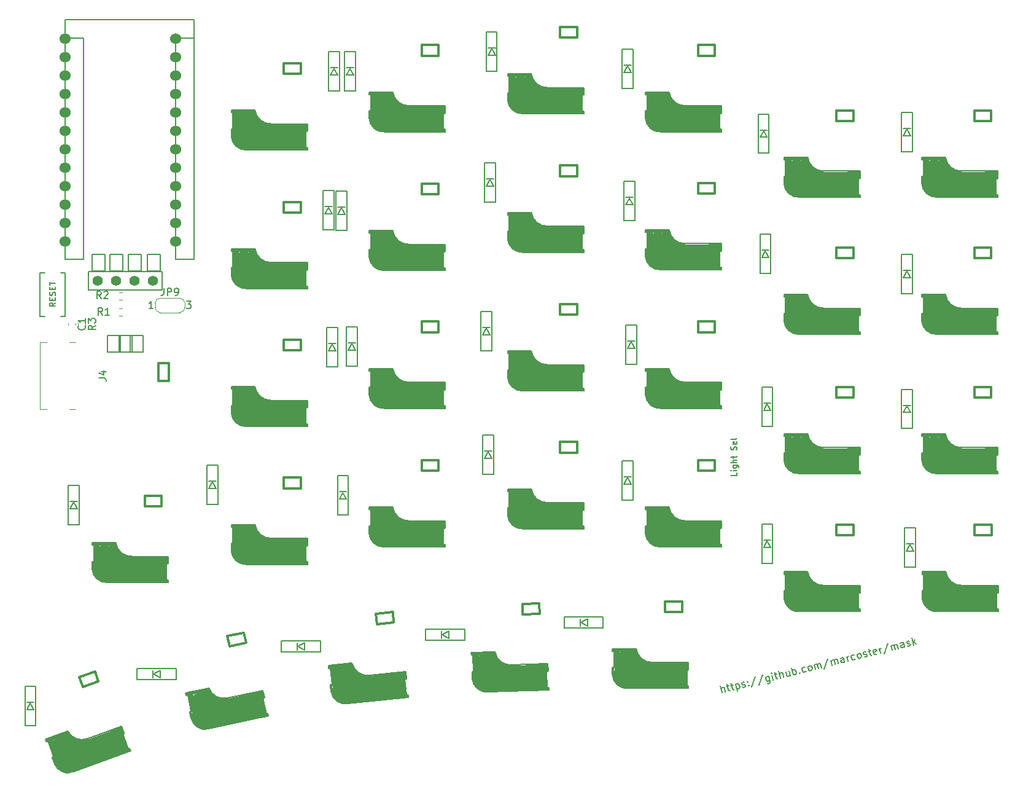
<source format=gto>
G04 #@! TF.GenerationSoftware,KiCad,Pcbnew,(6.0.8)*
G04 #@! TF.CreationDate,2022-10-04T22:09:12+02:00*
G04 #@! TF.ProjectId,SofleKeyboard,536f666c-654b-4657-9962-6f6172642e6b,rev?*
G04 #@! TF.SameCoordinates,Original*
G04 #@! TF.FileFunction,Legend,Top*
G04 #@! TF.FilePolarity,Positive*
%FSLAX46Y46*%
G04 Gerber Fmt 4.6, Leading zero omitted, Abs format (unit mm)*
G04 Created by KiCad (PCBNEW (6.0.8)) date 2022-10-04 22:09:12*
%MOMM*%
%LPD*%
G01*
G04 APERTURE LIST*
%ADD10C,0.150000*%
%ADD11C,0.120000*%
%ADD12C,0.300000*%
%ADD13C,3.500000*%
%ADD14C,0.500000*%
%ADD15C,0.400000*%
%ADD16C,1.000000*%
%ADD17C,0.800000*%
%ADD18C,3.000000*%
%ADD19C,1.524000*%
%ADD20C,1.397000*%
G04 APERTURE END LIST*
D10*
X184301904Y-101043333D02*
X184301904Y-101424285D01*
X183501904Y-101424285D01*
X184301904Y-100776666D02*
X183768571Y-100776666D01*
X183501904Y-100776666D02*
X183540000Y-100814761D01*
X183578095Y-100776666D01*
X183540000Y-100738571D01*
X183501904Y-100776666D01*
X183578095Y-100776666D01*
X183768571Y-100052857D02*
X184416190Y-100052857D01*
X184492380Y-100090952D01*
X184530476Y-100129047D01*
X184568571Y-100205238D01*
X184568571Y-100319523D01*
X184530476Y-100395714D01*
X184263809Y-100052857D02*
X184301904Y-100129047D01*
X184301904Y-100281428D01*
X184263809Y-100357619D01*
X184225714Y-100395714D01*
X184149523Y-100433809D01*
X183920952Y-100433809D01*
X183844761Y-100395714D01*
X183806666Y-100357619D01*
X183768571Y-100281428D01*
X183768571Y-100129047D01*
X183806666Y-100052857D01*
X184301904Y-99671904D02*
X183501904Y-99671904D01*
X184301904Y-99329047D02*
X183882857Y-99329047D01*
X183806666Y-99367142D01*
X183768571Y-99443333D01*
X183768571Y-99557619D01*
X183806666Y-99633809D01*
X183844761Y-99671904D01*
X183768571Y-99062380D02*
X183768571Y-98757619D01*
X183501904Y-98948095D02*
X184187619Y-98948095D01*
X184263809Y-98910000D01*
X184301904Y-98833809D01*
X184301904Y-98757619D01*
X184263809Y-97919523D02*
X184301904Y-97805238D01*
X184301904Y-97614761D01*
X184263809Y-97538571D01*
X184225714Y-97500476D01*
X184149523Y-97462380D01*
X184073333Y-97462380D01*
X183997142Y-97500476D01*
X183959047Y-97538571D01*
X183920952Y-97614761D01*
X183882857Y-97767142D01*
X183844761Y-97843333D01*
X183806666Y-97881428D01*
X183730476Y-97919523D01*
X183654285Y-97919523D01*
X183578095Y-97881428D01*
X183540000Y-97843333D01*
X183501904Y-97767142D01*
X183501904Y-97576666D01*
X183540000Y-97462380D01*
X184263809Y-96814761D02*
X184301904Y-96890952D01*
X184301904Y-97043333D01*
X184263809Y-97119523D01*
X184187619Y-97157619D01*
X183882857Y-97157619D01*
X183806666Y-97119523D01*
X183768571Y-97043333D01*
X183768571Y-96890952D01*
X183806666Y-96814761D01*
X183882857Y-96776666D01*
X183959047Y-96776666D01*
X184035238Y-97157619D01*
X184301904Y-96319523D02*
X184263809Y-96395714D01*
X184187619Y-96433809D01*
X183501904Y-96433809D01*
X182306323Y-131368249D02*
X182064401Y-130397953D01*
X182722164Y-131264568D02*
X182595443Y-130756318D01*
X182526198Y-130675429D01*
X182422269Y-130652265D01*
X182283655Y-130686825D01*
X182202766Y-130756070D01*
X182168082Y-130813794D01*
X182884315Y-130537064D02*
X183253951Y-130444903D01*
X182942288Y-130179071D02*
X183149649Y-131010754D01*
X183218894Y-131091643D01*
X183322823Y-131114807D01*
X183415232Y-131091767D01*
X183438769Y-130398823D02*
X183808406Y-130306662D01*
X183496742Y-130040830D02*
X183704104Y-130872512D01*
X183773349Y-130953401D01*
X183877278Y-130976566D01*
X183969687Y-130953526D01*
X184131838Y-130226021D02*
X184373760Y-131196317D01*
X184143358Y-130272226D02*
X184224247Y-130202981D01*
X184409065Y-130156901D01*
X184512994Y-130180065D01*
X184570719Y-130214749D01*
X184639964Y-130295639D01*
X184709084Y-130572866D01*
X184685920Y-130676795D01*
X184651235Y-130734520D01*
X184570346Y-130803764D01*
X184385528Y-130849845D01*
X184281599Y-130826680D01*
X185113281Y-130619319D02*
X185217210Y-130642483D01*
X185402028Y-130596403D01*
X185482917Y-130527158D01*
X185506082Y-130423229D01*
X185494562Y-130377024D01*
X185425317Y-130296135D01*
X185321388Y-130272971D01*
X185182774Y-130307531D01*
X185078845Y-130284367D01*
X185009600Y-130203478D01*
X184998080Y-130157273D01*
X185021244Y-130053344D01*
X185102133Y-129984099D01*
X185240747Y-129949539D01*
X185344676Y-129972703D01*
X185933443Y-130365753D02*
X185991168Y-130400437D01*
X185956483Y-130458162D01*
X185898758Y-130423477D01*
X185933443Y-130365753D01*
X185956483Y-130458162D01*
X185806722Y-129857503D02*
X185864447Y-129892187D01*
X185829762Y-129949912D01*
X185772037Y-129915227D01*
X185806722Y-129857503D01*
X185829762Y-129949912D01*
X186858155Y-129153659D02*
X186337515Y-130608544D01*
X187874655Y-128900217D02*
X187354016Y-130355102D01*
X188706089Y-129085532D02*
X188901931Y-129871010D01*
X188878766Y-129974939D01*
X188844082Y-130032664D01*
X188763193Y-130101908D01*
X188624579Y-130136469D01*
X188520650Y-130113304D01*
X188855850Y-129686192D02*
X188774961Y-129755436D01*
X188590143Y-129801517D01*
X188486214Y-129778352D01*
X188428489Y-129743668D01*
X188359244Y-129662779D01*
X188290124Y-129385551D01*
X188313288Y-129281622D01*
X188347973Y-129223898D01*
X188428862Y-129154653D01*
X188613680Y-129108572D01*
X188717609Y-129131737D01*
X189329416Y-129617195D02*
X189168135Y-128970331D01*
X189087494Y-128646899D02*
X189052809Y-128704624D01*
X189110534Y-128739309D01*
X189145219Y-128681584D01*
X189087494Y-128646899D01*
X189110534Y-128739309D01*
X189491567Y-128889691D02*
X189861203Y-128797530D01*
X189549540Y-128531699D02*
X189756901Y-129363381D01*
X189826146Y-129444270D01*
X189930075Y-129467434D01*
X190022484Y-129444394D01*
X190345916Y-129363753D02*
X190103994Y-128393457D01*
X190761757Y-129260072D02*
X190635036Y-128751822D01*
X190565791Y-128670933D01*
X190461862Y-128647769D01*
X190323249Y-128682329D01*
X190242360Y-128751574D01*
X190207675Y-128809298D01*
X191478363Y-128394327D02*
X191639644Y-129041191D01*
X191062521Y-128498008D02*
X191189242Y-129006258D01*
X191258487Y-129087147D01*
X191362416Y-129110311D01*
X191501030Y-129075751D01*
X191581919Y-129006506D01*
X191616604Y-128948782D01*
X192101689Y-128925990D02*
X191859767Y-127955694D01*
X191951928Y-128325330D02*
X192032817Y-128256086D01*
X192217635Y-128210005D01*
X192321565Y-128233170D01*
X192379289Y-128267854D01*
X192448534Y-128348743D01*
X192517655Y-128625971D01*
X192494490Y-128729900D01*
X192459806Y-128787624D01*
X192378917Y-128856869D01*
X192194098Y-128902950D01*
X192090169Y-128879785D01*
X192956536Y-128614699D02*
X193014260Y-128649383D01*
X192979576Y-128707108D01*
X192921851Y-128672424D01*
X192956536Y-128614699D01*
X192979576Y-128707108D01*
X193845942Y-128442022D02*
X193765053Y-128511267D01*
X193580235Y-128557347D01*
X193476306Y-128534182D01*
X193418581Y-128499498D01*
X193349337Y-128418609D01*
X193280216Y-128141382D01*
X193303380Y-128037452D01*
X193338065Y-127979728D01*
X193418954Y-127910483D01*
X193603772Y-127864403D01*
X193707701Y-127887567D01*
X194411917Y-128349985D02*
X194307988Y-128326821D01*
X194250263Y-128292136D01*
X194181019Y-128211247D01*
X194111898Y-127934020D01*
X194135063Y-127830091D01*
X194169747Y-127772366D01*
X194250636Y-127703121D01*
X194389250Y-127668561D01*
X194493179Y-127691726D01*
X194550904Y-127726410D01*
X194620148Y-127807299D01*
X194689269Y-128084526D01*
X194666104Y-128188456D01*
X194631420Y-128246180D01*
X194550531Y-128315425D01*
X194411917Y-128349985D01*
X195151190Y-128165664D02*
X194989909Y-127518800D01*
X195012949Y-127611209D02*
X195047634Y-127553484D01*
X195128523Y-127484240D01*
X195267136Y-127449679D01*
X195371066Y-127472844D01*
X195440310Y-127553733D01*
X195567031Y-128061983D01*
X195440310Y-127553733D02*
X195463475Y-127449804D01*
X195544364Y-127380559D01*
X195682977Y-127345999D01*
X195786907Y-127369163D01*
X195856151Y-127450052D01*
X195982872Y-127958302D01*
X196884544Y-126653800D02*
X196363905Y-128108684D01*
X197461418Y-127589659D02*
X197300137Y-126942795D01*
X197323177Y-127035205D02*
X197357862Y-126977480D01*
X197438751Y-126908235D01*
X197577364Y-126873675D01*
X197681293Y-126896839D01*
X197750538Y-126977728D01*
X197877259Y-127485978D01*
X197750538Y-126977728D02*
X197773703Y-126873799D01*
X197854592Y-126804554D01*
X197993205Y-126769994D01*
X198097134Y-126793158D01*
X198166379Y-126874048D01*
X198293100Y-127382298D01*
X199170987Y-127163416D02*
X199044266Y-126655166D01*
X198975021Y-126574277D01*
X198871092Y-126551112D01*
X198686274Y-126597193D01*
X198605385Y-126666437D01*
X199159467Y-127117211D02*
X199078578Y-127186456D01*
X198847555Y-127244057D01*
X198743626Y-127220892D01*
X198674381Y-127140003D01*
X198651341Y-127047594D01*
X198674505Y-126943665D01*
X198755394Y-126874420D01*
X198986417Y-126816820D01*
X199067306Y-126747575D01*
X199633032Y-127048215D02*
X199471751Y-126401351D01*
X199517831Y-126586169D02*
X199540996Y-126482240D01*
X199575680Y-126424516D01*
X199656569Y-126355271D01*
X199748978Y-126332231D01*
X200638013Y-126748568D02*
X200557124Y-126817813D01*
X200372305Y-126863894D01*
X200268376Y-126840729D01*
X200210651Y-126806045D01*
X200141407Y-126725156D01*
X200072286Y-126447928D01*
X200095451Y-126343999D01*
X200130135Y-126286275D01*
X200211024Y-126217030D01*
X200395842Y-126170949D01*
X200499771Y-126194114D01*
X201203987Y-126656532D02*
X201100058Y-126633368D01*
X201042334Y-126598683D01*
X200973089Y-126517794D01*
X200903968Y-126240567D01*
X200927133Y-126136638D01*
X200961817Y-126078913D01*
X201042706Y-126009668D01*
X201181320Y-125975108D01*
X201285249Y-125998272D01*
X201342974Y-126032957D01*
X201412218Y-126113846D01*
X201481339Y-126391073D01*
X201458175Y-126495002D01*
X201423490Y-126552727D01*
X201342601Y-126621972D01*
X201203987Y-126656532D01*
X201885536Y-126437526D02*
X201989465Y-126460690D01*
X202174283Y-126414610D01*
X202255172Y-126345365D01*
X202278336Y-126241436D01*
X202266816Y-126195232D01*
X202197572Y-126114343D01*
X202093642Y-126091178D01*
X201955029Y-126125738D01*
X201851100Y-126102574D01*
X201781855Y-126021685D01*
X201770335Y-125975480D01*
X201793499Y-125871551D01*
X201874388Y-125802307D01*
X202013002Y-125767746D01*
X202116931Y-125790911D01*
X202428843Y-125664065D02*
X202798479Y-125571905D01*
X202486816Y-125306073D02*
X202694178Y-126137755D01*
X202763422Y-126218644D01*
X202867351Y-126241809D01*
X202959761Y-126218769D01*
X203641309Y-125999763D02*
X203560420Y-126069007D01*
X203375602Y-126115088D01*
X203271672Y-126091923D01*
X203202428Y-126011034D01*
X203110267Y-125641398D01*
X203133431Y-125537469D01*
X203214320Y-125468224D01*
X203399139Y-125422144D01*
X203503068Y-125445308D01*
X203572313Y-125526197D01*
X203595353Y-125618606D01*
X203156347Y-125826216D01*
X204114875Y-125930766D02*
X203953593Y-125283902D01*
X203999674Y-125468721D02*
X204022838Y-125364791D01*
X204057522Y-125307067D01*
X204138412Y-125237822D01*
X204230821Y-125214782D01*
X205155160Y-124591703D02*
X204634521Y-126046588D01*
X205732034Y-125527563D02*
X205570753Y-124880699D01*
X205593793Y-124973108D02*
X205628477Y-124915384D01*
X205709366Y-124846139D01*
X205847980Y-124811579D01*
X205951909Y-124834743D01*
X206021154Y-124915632D01*
X206147875Y-125423882D01*
X206021154Y-124915632D02*
X206044318Y-124811703D01*
X206125208Y-124742458D01*
X206263821Y-124707898D01*
X206367750Y-124731062D01*
X206436995Y-124811951D01*
X206563716Y-125320202D01*
X207441603Y-125101320D02*
X207314882Y-124593070D01*
X207245637Y-124512181D01*
X207141708Y-124489016D01*
X206956890Y-124535097D01*
X206876001Y-124604341D01*
X207430083Y-125055115D02*
X207349194Y-125124360D01*
X207118171Y-125181960D01*
X207014242Y-125158796D01*
X206944997Y-125077907D01*
X206921957Y-124985498D01*
X206945121Y-124881569D01*
X207026010Y-124812324D01*
X207257033Y-124754724D01*
X207337922Y-124685479D01*
X207845924Y-124951434D02*
X207949853Y-124974599D01*
X208134671Y-124928518D01*
X208215560Y-124859274D01*
X208238725Y-124755344D01*
X208227204Y-124709140D01*
X208157960Y-124628251D01*
X208054030Y-124605087D01*
X207915417Y-124639647D01*
X207811488Y-124616482D01*
X207742243Y-124535593D01*
X207730723Y-124489389D01*
X207753887Y-124385460D01*
X207834776Y-124316215D01*
X207973390Y-124281655D01*
X208077319Y-124304819D01*
X208689126Y-124790277D02*
X208447204Y-123819982D01*
X208689374Y-124397601D02*
X209058762Y-124698117D01*
X208897481Y-124051253D02*
X208620005Y-124513050D01*
X96844061Y-79350415D02*
X96510728Y-78874225D01*
X96272632Y-79350415D02*
X96272632Y-78350415D01*
X96653585Y-78350415D01*
X96748823Y-78398035D01*
X96796442Y-78445654D01*
X96844061Y-78540892D01*
X96844061Y-78683749D01*
X96796442Y-78778987D01*
X96748823Y-78826606D01*
X96653585Y-78874225D01*
X96272632Y-78874225D01*
X97796442Y-79350415D02*
X97225013Y-79350415D01*
X97510728Y-79350415D02*
X97510728Y-78350415D01*
X97415489Y-78493273D01*
X97320251Y-78588511D01*
X97225013Y-78636130D01*
X96654061Y-77090415D02*
X96320728Y-76614225D01*
X96082632Y-77090415D02*
X96082632Y-76090415D01*
X96463585Y-76090415D01*
X96558823Y-76138035D01*
X96606442Y-76185654D01*
X96654061Y-76280892D01*
X96654061Y-76423749D01*
X96606442Y-76518987D01*
X96558823Y-76566606D01*
X96463585Y-76614225D01*
X96082632Y-76614225D01*
X97035013Y-76185654D02*
X97082632Y-76138035D01*
X97177870Y-76090415D01*
X97415966Y-76090415D01*
X97511204Y-76138035D01*
X97558823Y-76185654D01*
X97606442Y-76280892D01*
X97606442Y-76376130D01*
X97558823Y-76518987D01*
X96987394Y-77090415D01*
X97606442Y-77090415D01*
X90361904Y-77661904D02*
X89980952Y-77928571D01*
X90361904Y-78119047D02*
X89561904Y-78119047D01*
X89561904Y-77814285D01*
X89600000Y-77738095D01*
X89638095Y-77700000D01*
X89714285Y-77661904D01*
X89828571Y-77661904D01*
X89904761Y-77700000D01*
X89942857Y-77738095D01*
X89980952Y-77814285D01*
X89980952Y-78119047D01*
X89942857Y-77319047D02*
X89942857Y-77052380D01*
X90361904Y-76938095D02*
X90361904Y-77319047D01*
X89561904Y-77319047D01*
X89561904Y-76938095D01*
X90323809Y-76633333D02*
X90361904Y-76519047D01*
X90361904Y-76328571D01*
X90323809Y-76252380D01*
X90285714Y-76214285D01*
X90209523Y-76176190D01*
X90133333Y-76176190D01*
X90057142Y-76214285D01*
X90019047Y-76252380D01*
X89980952Y-76328571D01*
X89942857Y-76480952D01*
X89904761Y-76557142D01*
X89866666Y-76595238D01*
X89790476Y-76633333D01*
X89714285Y-76633333D01*
X89638095Y-76595238D01*
X89600000Y-76557142D01*
X89561904Y-76480952D01*
X89561904Y-76290476D01*
X89600000Y-76176190D01*
X89942857Y-75833333D02*
X89942857Y-75566666D01*
X90361904Y-75452380D02*
X90361904Y-75833333D01*
X89561904Y-75833333D01*
X89561904Y-75452380D01*
X89561904Y-75223809D02*
X89561904Y-74766666D01*
X90361904Y-74995238D02*
X89561904Y-74995238D01*
X90361904Y-77661904D02*
X89980952Y-77928571D01*
X90361904Y-78119047D02*
X89561904Y-78119047D01*
X89561904Y-77814285D01*
X89600000Y-77738095D01*
X89638095Y-77700000D01*
X89714285Y-77661904D01*
X89828571Y-77661904D01*
X89904761Y-77700000D01*
X89942857Y-77738095D01*
X89980952Y-77814285D01*
X89980952Y-78119047D01*
X89942857Y-77319047D02*
X89942857Y-77052380D01*
X90361904Y-76938095D02*
X90361904Y-77319047D01*
X89561904Y-77319047D01*
X89561904Y-76938095D01*
X90323809Y-76633333D02*
X90361904Y-76519047D01*
X90361904Y-76328571D01*
X90323809Y-76252380D01*
X90285714Y-76214285D01*
X90209523Y-76176190D01*
X90133333Y-76176190D01*
X90057142Y-76214285D01*
X90019047Y-76252380D01*
X89980952Y-76328571D01*
X89942857Y-76480952D01*
X89904761Y-76557142D01*
X89866666Y-76595238D01*
X89790476Y-76633333D01*
X89714285Y-76633333D01*
X89638095Y-76595238D01*
X89600000Y-76557142D01*
X89561904Y-76480952D01*
X89561904Y-76290476D01*
X89600000Y-76176190D01*
X89942857Y-75833333D02*
X89942857Y-75566666D01*
X90361904Y-75452380D02*
X90361904Y-75833333D01*
X89561904Y-75833333D01*
X89561904Y-75452380D01*
X89561904Y-75223809D02*
X89561904Y-74766666D01*
X90361904Y-74995238D02*
X89561904Y-74995238D01*
X94387142Y-80766666D02*
X94434761Y-80814285D01*
X94482380Y-80957142D01*
X94482380Y-81052380D01*
X94434761Y-81195238D01*
X94339523Y-81290476D01*
X94244285Y-81338095D01*
X94053809Y-81385714D01*
X93910952Y-81385714D01*
X93720476Y-81338095D01*
X93625238Y-81290476D01*
X93530000Y-81195238D01*
X93482380Y-81052380D01*
X93482380Y-80957142D01*
X93530000Y-80814285D01*
X93577619Y-80766666D01*
X94482380Y-79814285D02*
X94482380Y-80385714D01*
X94482380Y-80100000D02*
X93482380Y-80100000D01*
X93625238Y-80195238D01*
X93720476Y-80290476D01*
X93768095Y-80385714D01*
X95882380Y-80766666D02*
X95406190Y-81100000D01*
X95882380Y-81338095D02*
X94882380Y-81338095D01*
X94882380Y-80957142D01*
X94930000Y-80861904D01*
X94977619Y-80814285D01*
X95072857Y-80766666D01*
X95215714Y-80766666D01*
X95310952Y-80814285D01*
X95358571Y-80861904D01*
X95406190Y-80957142D01*
X95406190Y-81338095D01*
X94882380Y-80433333D02*
X94882380Y-79814285D01*
X95263333Y-80147619D01*
X95263333Y-80004761D01*
X95310952Y-79909523D01*
X95358571Y-79861904D01*
X95453809Y-79814285D01*
X95691904Y-79814285D01*
X95787142Y-79861904D01*
X95834761Y-79909523D01*
X95882380Y-80004761D01*
X95882380Y-80290476D01*
X95834761Y-80385714D01*
X95787142Y-80433333D01*
X96352380Y-88033333D02*
X97066666Y-88033333D01*
X97209523Y-88080952D01*
X97304761Y-88176190D01*
X97352380Y-88319047D01*
X97352380Y-88414285D01*
X96685714Y-87128571D02*
X97352380Y-87128571D01*
X96304761Y-87366666D02*
X97019047Y-87604761D01*
X97019047Y-86985714D01*
X105316666Y-75652380D02*
X105316666Y-76366666D01*
X105269047Y-76509523D01*
X105173809Y-76604761D01*
X105030952Y-76652380D01*
X104935714Y-76652380D01*
X105792857Y-76652380D02*
X105792857Y-75652380D01*
X106173809Y-75652380D01*
X106269047Y-75700000D01*
X106316666Y-75747619D01*
X106364285Y-75842857D01*
X106364285Y-75985714D01*
X106316666Y-76080952D01*
X106269047Y-76128571D01*
X106173809Y-76176190D01*
X105792857Y-76176190D01*
X106840476Y-76652380D02*
X107030952Y-76652380D01*
X107126190Y-76604761D01*
X107173809Y-76557142D01*
X107269047Y-76414285D01*
X107316666Y-76223809D01*
X107316666Y-75842857D01*
X107269047Y-75747619D01*
X107221428Y-75700000D01*
X107126190Y-75652380D01*
X106935714Y-75652380D01*
X106840476Y-75700000D01*
X106792857Y-75747619D01*
X106745238Y-75842857D01*
X106745238Y-76080952D01*
X106792857Y-76176190D01*
X106840476Y-76223809D01*
X106935714Y-76271428D01*
X107126190Y-76271428D01*
X107221428Y-76223809D01*
X107269047Y-76176190D01*
X107316666Y-76080952D01*
X108416666Y-77452380D02*
X109035714Y-77452380D01*
X108702380Y-77833333D01*
X108845238Y-77833333D01*
X108940476Y-77880952D01*
X108988095Y-77928571D01*
X109035714Y-78023809D01*
X109035714Y-78261904D01*
X108988095Y-78357142D01*
X108940476Y-78404761D01*
X108845238Y-78452380D01*
X108559523Y-78452380D01*
X108464285Y-78404761D01*
X108416666Y-78357142D01*
X103835714Y-78452380D02*
X103264285Y-78452380D01*
X103550000Y-78452380D02*
X103550000Y-77452380D01*
X103454761Y-77595238D01*
X103359523Y-77690476D01*
X103264285Y-77738095D01*
D11*
X99597258Y-79492500D02*
X99122742Y-79492500D01*
X99597258Y-78447500D02*
X99122742Y-78447500D01*
X99597258Y-77242500D02*
X99122742Y-77242500D01*
X99597258Y-76197500D02*
X99122742Y-76197500D01*
D10*
X91698815Y-38615745D02*
X91698815Y-71635745D01*
X94238815Y-41155745D02*
X91698815Y-41155745D01*
X106938815Y-41155745D02*
X106938815Y-71635745D01*
X106938815Y-71635745D02*
X109478815Y-71635745D01*
X94238815Y-71635745D02*
X94238815Y-41155745D01*
X91698815Y-71635745D02*
X94238815Y-71635745D01*
X91698815Y-41155745D02*
X91698815Y-71635745D01*
X109478815Y-71635745D02*
X109478815Y-41155745D01*
X109478815Y-41155745D02*
X106938815Y-41155745D01*
X109478815Y-71635745D02*
X109478815Y-38615745D01*
X109478815Y-38615745D02*
X91698815Y-38615745D01*
X102997000Y-73279000D02*
X102997000Y-70993000D01*
X102997000Y-70993000D02*
X104775000Y-70993000D01*
X104775000Y-73279000D02*
X102997000Y-73279000D01*
X104775000Y-70993000D02*
X104775000Y-73279000D01*
X100397000Y-70993000D02*
X102175000Y-70993000D01*
X102175000Y-73279000D02*
X100397000Y-73279000D01*
X100397000Y-73279000D02*
X100397000Y-70993000D01*
X102175000Y-70993000D02*
X102175000Y-73279000D01*
X99675000Y-70993000D02*
X99675000Y-73279000D01*
X97897000Y-70993000D02*
X99675000Y-70993000D01*
X99675000Y-73279000D02*
X97897000Y-73279000D01*
X97897000Y-73279000D02*
X97897000Y-70993000D01*
X88200000Y-73500000D02*
X88900000Y-73500000D01*
X88200000Y-79500000D02*
X88900000Y-79500000D01*
X91700000Y-79500000D02*
X91700000Y-73500000D01*
X91700000Y-73500000D02*
X91100000Y-73500000D01*
X88200000Y-73500000D02*
X88200000Y-79500000D01*
X91700000Y-79500000D02*
X91100000Y-79500000D01*
X97561000Y-82157000D02*
X99339000Y-82157000D01*
X99339000Y-82157000D02*
X99339000Y-84443000D01*
X99339000Y-84443000D02*
X97561000Y-84443000D01*
X97561000Y-84443000D02*
X97561000Y-82157000D01*
X129250000Y-45275000D02*
X128250000Y-45275000D01*
X129500000Y-48475000D02*
X128000000Y-48475000D01*
X129250000Y-46275000D02*
X128250000Y-46275000D01*
X129500000Y-43075000D02*
X128000000Y-43075000D01*
X128000000Y-43075000D02*
X128000000Y-48475000D01*
X128250000Y-46275000D02*
X128750000Y-45375000D01*
X129500000Y-48475000D02*
X129500000Y-43075000D01*
X128750000Y-45375000D02*
X129250000Y-46275000D01*
X131750000Y-48480500D02*
X131750000Y-43080500D01*
X130500000Y-46280500D02*
X131000000Y-45380500D01*
X131000000Y-45380500D02*
X131500000Y-46280500D01*
X131750000Y-43080500D02*
X130250000Y-43080500D01*
X130250000Y-43080500D02*
X130250000Y-48480500D01*
X131750000Y-48480500D02*
X130250000Y-48480500D01*
X131500000Y-45280500D02*
X130500000Y-45280500D01*
X131500000Y-46280500D02*
X130500000Y-46280500D01*
X149750000Y-40340000D02*
X149750000Y-45740000D01*
X151250000Y-40340000D02*
X149750000Y-40340000D01*
X150500000Y-42640000D02*
X151000000Y-43540000D01*
X151000000Y-43540000D02*
X150000000Y-43540000D01*
X151250000Y-45740000D02*
X149750000Y-45740000D01*
X150000000Y-43540000D02*
X150500000Y-42640000D01*
X151250000Y-45740000D02*
X151250000Y-40340000D01*
X151000000Y-42540000D02*
X150000000Y-42540000D01*
X168500000Y-42725000D02*
X168500000Y-48125000D01*
X169750000Y-45925000D02*
X168750000Y-45925000D01*
X170000000Y-48125000D02*
X170000000Y-42725000D01*
X169250000Y-45025000D02*
X169750000Y-45925000D01*
X170000000Y-42725000D02*
X168500000Y-42725000D01*
X170000000Y-48125000D02*
X168500000Y-48125000D01*
X168750000Y-45925000D02*
X169250000Y-45025000D01*
X169750000Y-44925000D02*
X168750000Y-44925000D01*
X187500000Y-54850000D02*
X188000000Y-53950000D01*
X188750000Y-57050000D02*
X187250000Y-57050000D01*
X187250000Y-51650000D02*
X187250000Y-57050000D01*
X188500000Y-53850000D02*
X187500000Y-53850000D01*
X188750000Y-51650000D02*
X187250000Y-51650000D01*
X188750000Y-57050000D02*
X188750000Y-51650000D01*
X188000000Y-53950000D02*
X188500000Y-54850000D01*
X188500000Y-54850000D02*
X187500000Y-54850000D01*
X207750000Y-53725000D02*
X208250000Y-54625000D01*
X207250000Y-54625000D02*
X207750000Y-53725000D01*
X208250000Y-54625000D02*
X207250000Y-54625000D01*
X208250000Y-53625000D02*
X207250000Y-53625000D01*
X208500000Y-56825000D02*
X207000000Y-56825000D01*
X208500000Y-56825000D02*
X208500000Y-51425000D01*
X207000000Y-51425000D02*
X207000000Y-56825000D01*
X208500000Y-51425000D02*
X207000000Y-51425000D01*
X128500000Y-64415000D02*
X127500000Y-64415000D01*
X128500000Y-65415000D02*
X127500000Y-65415000D01*
X128750000Y-67615000D02*
X127250000Y-67615000D01*
X128000000Y-64515000D02*
X128500000Y-65415000D01*
X128750000Y-67615000D02*
X128750000Y-62215000D01*
X127250000Y-62215000D02*
X127250000Y-67615000D01*
X127500000Y-65415000D02*
X128000000Y-64515000D01*
X128750000Y-62215000D02*
X127250000Y-62215000D01*
X130550000Y-62240000D02*
X129050000Y-62240000D01*
X129800000Y-64540000D02*
X130300000Y-65440000D01*
X130550000Y-67640000D02*
X129050000Y-67640000D01*
X130550000Y-67640000D02*
X130550000Y-62240000D01*
X130300000Y-65440000D02*
X129300000Y-65440000D01*
X129300000Y-65440000D02*
X129800000Y-64540000D01*
X129050000Y-62240000D02*
X129050000Y-67640000D01*
X130300000Y-64440000D02*
X129300000Y-64440000D01*
X149500000Y-58365000D02*
X149500000Y-63765000D01*
X150750000Y-61565000D02*
X149750000Y-61565000D01*
X150250000Y-60665000D02*
X150750000Y-61565000D01*
X151000000Y-63765000D02*
X149500000Y-63765000D01*
X151000000Y-63765000D02*
X151000000Y-58365000D01*
X151000000Y-58365000D02*
X149500000Y-58365000D01*
X150750000Y-60565000D02*
X149750000Y-60565000D01*
X149750000Y-61565000D02*
X150250000Y-60665000D01*
X170000000Y-63150000D02*
X169000000Y-63150000D01*
X170000000Y-64150000D02*
X169000000Y-64150000D01*
X170250000Y-60950000D02*
X168750000Y-60950000D01*
X170250000Y-66350000D02*
X170250000Y-60950000D01*
X169000000Y-64150000D02*
X169500000Y-63250000D01*
X168750000Y-60950000D02*
X168750000Y-66350000D01*
X169500000Y-63250000D02*
X170000000Y-64150000D01*
X170250000Y-66350000D02*
X168750000Y-66350000D01*
X188250000Y-70475000D02*
X188750000Y-71375000D01*
X189000000Y-68175000D02*
X187500000Y-68175000D01*
X187500000Y-68175000D02*
X187500000Y-73575000D01*
X189000000Y-73575000D02*
X187500000Y-73575000D01*
X188750000Y-71375000D02*
X187750000Y-71375000D01*
X189000000Y-73575000D02*
X189000000Y-68175000D01*
X188750000Y-70375000D02*
X187750000Y-70375000D01*
X187750000Y-71375000D02*
X188250000Y-70475000D01*
X208250000Y-73175000D02*
X207250000Y-73175000D01*
X208500000Y-76375000D02*
X207000000Y-76375000D01*
X208500000Y-76375000D02*
X208500000Y-70975000D01*
X207000000Y-70975000D02*
X207000000Y-76375000D01*
X207750000Y-73275000D02*
X208250000Y-74175000D01*
X207250000Y-74175000D02*
X207750000Y-73275000D01*
X208500000Y-70975000D02*
X207000000Y-70975000D01*
X208250000Y-74175000D02*
X207250000Y-74175000D01*
X128500000Y-83375000D02*
X129000000Y-84275000D01*
X128000000Y-84275000D02*
X128500000Y-83375000D01*
X129250000Y-86475000D02*
X127750000Y-86475000D01*
X129000000Y-84275000D02*
X128000000Y-84275000D01*
X129250000Y-86475000D02*
X129250000Y-81075000D01*
X129250000Y-81075000D02*
X127750000Y-81075000D01*
X129000000Y-83275000D02*
X128000000Y-83275000D01*
X127750000Y-81075000D02*
X127750000Y-86475000D01*
X131750000Y-84175000D02*
X130750000Y-84175000D01*
X132000000Y-86375000D02*
X130500000Y-86375000D01*
X130500000Y-80975000D02*
X130500000Y-86375000D01*
X131250000Y-83275000D02*
X131750000Y-84175000D01*
X132000000Y-86375000D02*
X132000000Y-80975000D01*
X132000000Y-80975000D02*
X130500000Y-80975000D01*
X131750000Y-83175000D02*
X130750000Y-83175000D01*
X130750000Y-84175000D02*
X131250000Y-83275000D01*
X150500000Y-78865000D02*
X149000000Y-78865000D01*
X149750000Y-81165000D02*
X150250000Y-82065000D01*
X149000000Y-78865000D02*
X149000000Y-84265000D01*
X150500000Y-84265000D02*
X150500000Y-78865000D01*
X150250000Y-82065000D02*
X149250000Y-82065000D01*
X149250000Y-82065000D02*
X149750000Y-81165000D01*
X150250000Y-81065000D02*
X149250000Y-81065000D01*
X150500000Y-84265000D02*
X149000000Y-84265000D01*
X169225000Y-83925000D02*
X169725000Y-83025000D01*
X170225000Y-83925000D02*
X169225000Y-83925000D01*
X170225000Y-82925000D02*
X169225000Y-82925000D01*
X169725000Y-83025000D02*
X170225000Y-83925000D01*
X170475000Y-86125000D02*
X170475000Y-80725000D01*
X170475000Y-86125000D02*
X168975000Y-86125000D01*
X170475000Y-80725000D02*
X168975000Y-80725000D01*
X168975000Y-80725000D02*
X168975000Y-86125000D01*
X188500000Y-91575000D02*
X189000000Y-92475000D01*
X189000000Y-91475000D02*
X188000000Y-91475000D01*
X188000000Y-92475000D02*
X188500000Y-91575000D01*
X189250000Y-94675000D02*
X187750000Y-94675000D01*
X189000000Y-92475000D02*
X188000000Y-92475000D01*
X189250000Y-89275000D02*
X187750000Y-89275000D01*
X187750000Y-89275000D02*
X187750000Y-94675000D01*
X189250000Y-94675000D02*
X189250000Y-89275000D01*
X208500000Y-94975000D02*
X207000000Y-94975000D01*
X207000000Y-89575000D02*
X207000000Y-94975000D01*
X208250000Y-91775000D02*
X207250000Y-91775000D01*
X207750000Y-91875000D02*
X208250000Y-92775000D01*
X208250000Y-92775000D02*
X207250000Y-92775000D01*
X207250000Y-92775000D02*
X207750000Y-91875000D01*
X208500000Y-94975000D02*
X208500000Y-89575000D01*
X208500000Y-89575000D02*
X207000000Y-89575000D01*
X112000000Y-102350000D02*
X112500000Y-103250000D01*
X112500000Y-103250000D02*
X111500000Y-103250000D01*
X112500000Y-102250000D02*
X111500000Y-102250000D01*
X112750000Y-105450000D02*
X111250000Y-105450000D01*
X112750000Y-105450000D02*
X112750000Y-100050000D01*
X112750000Y-100050000D02*
X111250000Y-100050000D01*
X111250000Y-100050000D02*
X111250000Y-105450000D01*
X111500000Y-103250000D02*
X112000000Y-102350000D01*
X130000000Y-103800000D02*
X130500000Y-104700000D01*
X130500000Y-104700000D02*
X129500000Y-104700000D01*
X130750000Y-106900000D02*
X130750000Y-101500000D01*
X129500000Y-104700000D02*
X130000000Y-103800000D01*
X130750000Y-106900000D02*
X129250000Y-106900000D01*
X130500000Y-103700000D02*
X129500000Y-103700000D01*
X130750000Y-101500000D02*
X129250000Y-101500000D01*
X129250000Y-101500000D02*
X129250000Y-106900000D01*
X150500000Y-98065000D02*
X149500000Y-98065000D01*
X150750000Y-101265000D02*
X149250000Y-101265000D01*
X150000000Y-98165000D02*
X150500000Y-99065000D01*
X149250000Y-95865000D02*
X149250000Y-101265000D01*
X150500000Y-99065000D02*
X149500000Y-99065000D01*
X149500000Y-99065000D02*
X150000000Y-98165000D01*
X150750000Y-95865000D02*
X149250000Y-95865000D01*
X150750000Y-101265000D02*
X150750000Y-95865000D01*
X169250000Y-101750000D02*
X169750000Y-102650000D01*
X169750000Y-102650000D02*
X168750000Y-102650000D01*
X170000000Y-104850000D02*
X170000000Y-99450000D01*
X168500000Y-99450000D02*
X168500000Y-104850000D01*
X169750000Y-101650000D02*
X168750000Y-101650000D01*
X170000000Y-99450000D02*
X168500000Y-99450000D01*
X170000000Y-104850000D02*
X168500000Y-104850000D01*
X168750000Y-102650000D02*
X169250000Y-101750000D01*
X189000000Y-110350000D02*
X188000000Y-110350000D01*
X187750000Y-108150000D02*
X187750000Y-113550000D01*
X189250000Y-113550000D02*
X189250000Y-108150000D01*
X189000000Y-111350000D02*
X188000000Y-111350000D01*
X188500000Y-110450000D02*
X189000000Y-111350000D01*
X188000000Y-111350000D02*
X188500000Y-110450000D01*
X189250000Y-113550000D02*
X187750000Y-113550000D01*
X189250000Y-108150000D02*
X187750000Y-108150000D01*
X208950000Y-108675000D02*
X207450000Y-108675000D01*
X207700000Y-111875000D02*
X208200000Y-110975000D01*
X207450000Y-108675000D02*
X207450000Y-114075000D01*
X208700000Y-110875000D02*
X207700000Y-110875000D01*
X208200000Y-110975000D02*
X208700000Y-111875000D01*
X208950000Y-114075000D02*
X207450000Y-114075000D01*
X208700000Y-111875000D02*
X207700000Y-111875000D01*
X208950000Y-114075000D02*
X208950000Y-108675000D01*
X93650000Y-102800000D02*
X92150000Y-102800000D01*
X92400000Y-106000000D02*
X92900000Y-105100000D01*
X93650000Y-108200000D02*
X93650000Y-102800000D01*
X93650000Y-108200000D02*
X92150000Y-108200000D01*
X92900000Y-105100000D02*
X93400000Y-106000000D01*
X93400000Y-106000000D02*
X92400000Y-106000000D01*
X92150000Y-102800000D02*
X92150000Y-108200000D01*
X93400000Y-105000000D02*
X92400000Y-105000000D01*
X87400000Y-133700000D02*
X86400000Y-133700000D01*
X87650000Y-130500000D02*
X86150000Y-130500000D01*
X87650000Y-135900000D02*
X87650000Y-130500000D01*
X87650000Y-135900000D02*
X86150000Y-135900000D01*
X86150000Y-130500000D02*
X86150000Y-135900000D01*
X87400000Y-132700000D02*
X86400000Y-132700000D01*
X86400000Y-133700000D02*
X86900000Y-132800000D01*
X86900000Y-132800000D02*
X87400000Y-133700000D01*
X103800000Y-128300000D02*
X103800000Y-129300000D01*
X107000000Y-128050000D02*
X107000000Y-129550000D01*
X101600000Y-128050000D02*
X101600000Y-129550000D01*
X104800000Y-129300000D02*
X103900000Y-128800000D01*
X103900000Y-128800000D02*
X104800000Y-128300000D01*
X101600000Y-129550000D02*
X107000000Y-129550000D01*
X104800000Y-128300000D02*
X104800000Y-129300000D01*
X107000000Y-128050000D02*
X101600000Y-128050000D01*
X124700000Y-125500000D02*
X123800000Y-125000000D01*
X123700000Y-124500000D02*
X123700000Y-125500000D01*
X126900000Y-124250000D02*
X126900000Y-125750000D01*
X121500000Y-124250000D02*
X121500000Y-125750000D01*
X126900000Y-124250000D02*
X121500000Y-124250000D01*
X123800000Y-125000000D02*
X124700000Y-124500000D01*
X124700000Y-124500000D02*
X124700000Y-125500000D01*
X121500000Y-125750000D02*
X126900000Y-125750000D01*
X146800000Y-122650000D02*
X141400000Y-122650000D01*
X143600000Y-122900000D02*
X143600000Y-123900000D01*
X143700000Y-123400000D02*
X144600000Y-122900000D01*
X144600000Y-123900000D02*
X143700000Y-123400000D01*
X146800000Y-122650000D02*
X146800000Y-124150000D01*
X141400000Y-124150000D02*
X146800000Y-124150000D01*
X144600000Y-122900000D02*
X144600000Y-123900000D01*
X141400000Y-122650000D02*
X141400000Y-124150000D01*
D12*
X124200000Y-46100000D02*
X121870600Y-46100000D01*
D10*
X124880000Y-54000000D02*
X124880000Y-56250000D01*
D12*
X114700001Y-53800000D02*
X114700000Y-54699999D01*
D10*
X124900000Y-56250000D02*
X125100000Y-56250000D01*
X114800000Y-51460000D02*
X114600000Y-51460000D01*
X114830000Y-53700000D02*
X114830000Y-51460000D01*
D13*
X123100000Y-54800000D02*
X116400000Y-54800000D01*
D10*
X125100000Y-53000000D02*
X125100000Y-54000000D01*
X125100000Y-54000000D02*
X124900000Y-54000000D01*
D12*
X121870600Y-44650000D02*
X124200000Y-44650000D01*
D14*
X124800000Y-53300000D02*
X123400000Y-53300000D01*
D10*
X114600000Y-53700000D02*
X114800000Y-53700000D01*
X114600000Y-51100000D02*
X114600000Y-51460000D01*
D15*
X124900000Y-53900000D02*
X124900000Y-53200000D01*
D10*
X114600000Y-51100000D02*
X117880000Y-51100000D01*
X125100000Y-56600000D02*
X116700000Y-56600001D01*
D16*
X124400000Y-56000000D02*
X124400000Y-53500000D01*
D17*
X115200000Y-51600000D02*
X115200000Y-53400000D01*
D14*
X114800000Y-51300000D02*
X117500000Y-51300000D01*
D15*
X124900000Y-56400000D02*
X123500000Y-56400000D01*
D18*
X116330000Y-55100000D02*
X116330000Y-52860000D01*
D10*
X120100000Y-53000000D02*
X125100000Y-53000000D01*
D12*
X124200000Y-44650000D02*
X124200000Y-46100000D01*
D10*
X125100000Y-56250000D02*
X125100000Y-56600000D01*
D12*
X121870600Y-46100000D02*
X121870600Y-44650000D01*
D10*
X114600000Y-54700000D02*
X114600000Y-53700000D01*
X117883682Y-51121471D02*
G75*
G03*
X120100000Y-53000000I2151318J291471D01*
G01*
X114599999Y-54700000D02*
G75*
G03*
X116700000Y-56600001I2000001J100000D01*
G01*
D16*
X117483682Y-51521471D02*
G75*
G03*
X119700000Y-53400000I2151318J291471D01*
G01*
D12*
X140870600Y-42150000D02*
X143200000Y-42150000D01*
D10*
X143880000Y-51500000D02*
X143880000Y-53750000D01*
X144100000Y-51500000D02*
X143900000Y-51500000D01*
D15*
X143900000Y-51400000D02*
X143900000Y-50700000D01*
D14*
X133800000Y-48800000D02*
X136500000Y-48800000D01*
D10*
X133600000Y-52200000D02*
X133600000Y-51200000D01*
D14*
X143800000Y-50800000D02*
X142400000Y-50800000D01*
D10*
X133830000Y-51200000D02*
X133830000Y-48960000D01*
D17*
X134200000Y-49100000D02*
X134200000Y-50900000D01*
D10*
X133600000Y-48600000D02*
X133600000Y-48960000D01*
D16*
X143400000Y-53500000D02*
X143400000Y-51000000D01*
D12*
X140870600Y-43600000D02*
X140870600Y-42150000D01*
D15*
X143900000Y-53900000D02*
X142500000Y-53900000D01*
D12*
X143200000Y-43600000D02*
X140870600Y-43600000D01*
D18*
X135330000Y-52600000D02*
X135330000Y-50360000D01*
D13*
X142100000Y-52300000D02*
X135400000Y-52300000D01*
D12*
X143200000Y-42150000D02*
X143200000Y-43600000D01*
D10*
X133600000Y-48600000D02*
X136880000Y-48600000D01*
X133800000Y-48960000D02*
X133600000Y-48960000D01*
X144100000Y-50500000D02*
X144100000Y-51500000D01*
X139100000Y-50500000D02*
X144100000Y-50500000D01*
D12*
X133700001Y-51300000D02*
X133700000Y-52199999D01*
D10*
X144100000Y-54100000D02*
X135700000Y-54100001D01*
X133600000Y-51200000D02*
X133800000Y-51200000D01*
X143900000Y-53750000D02*
X144100000Y-53750000D01*
X144100000Y-53750000D02*
X144100000Y-54100000D01*
X133599999Y-52200000D02*
G75*
G03*
X135700000Y-54100001I2000001J100000D01*
G01*
D16*
X136483682Y-49021471D02*
G75*
G03*
X138700000Y-50900000I2151318J291471D01*
G01*
D10*
X136883682Y-48621471D02*
G75*
G03*
X139100000Y-50500000I2151318J291471D01*
G01*
D15*
X163000000Y-51400000D02*
X161600000Y-51400000D01*
D13*
X161200000Y-49800000D02*
X154500000Y-49800000D01*
D10*
X152700000Y-46100000D02*
X155980000Y-46100000D01*
X152930000Y-48700000D02*
X152930000Y-46460000D01*
X163200000Y-49000000D02*
X163000000Y-49000000D01*
D12*
X162300000Y-41100000D02*
X159970600Y-41100000D01*
D15*
X163000000Y-48900000D02*
X163000000Y-48200000D01*
D10*
X163200000Y-48000000D02*
X163200000Y-49000000D01*
D12*
X162300000Y-39650000D02*
X162300000Y-41100000D01*
X152800001Y-48800000D02*
X152800000Y-49699999D01*
D17*
X153300000Y-46600000D02*
X153300000Y-48400000D01*
D10*
X163000000Y-51250000D02*
X163200000Y-51250000D01*
X152700000Y-49700000D02*
X152700000Y-48700000D01*
X163200000Y-51600000D02*
X154800000Y-51600001D01*
D12*
X159970600Y-39650000D02*
X162300000Y-39650000D01*
D14*
X152900000Y-46300000D02*
X155600000Y-46300000D01*
D10*
X152900000Y-46460000D02*
X152700000Y-46460000D01*
X152700000Y-48700000D02*
X152900000Y-48700000D01*
X152700000Y-46100000D02*
X152700000Y-46460000D01*
D12*
X159970600Y-41100000D02*
X159970600Y-39650000D01*
D10*
X163200000Y-51250000D02*
X163200000Y-51600000D01*
D14*
X162900000Y-48300000D02*
X161500000Y-48300000D01*
D16*
X162500000Y-51000000D02*
X162500000Y-48500000D01*
D18*
X154430000Y-50100000D02*
X154430000Y-47860000D01*
D10*
X162980000Y-49000000D02*
X162980000Y-51250000D01*
X158200000Y-48000000D02*
X163200000Y-48000000D01*
D16*
X155583682Y-46521471D02*
G75*
G03*
X157800000Y-48400000I2151318J291471D01*
G01*
D10*
X152699999Y-49700000D02*
G75*
G03*
X154800000Y-51600001I2000001J100000D01*
G01*
X155983682Y-46121471D02*
G75*
G03*
X158200000Y-48000000I2151318J291471D01*
G01*
D13*
X180200000Y-52300000D02*
X173500000Y-52300000D01*
D16*
X181500000Y-53500000D02*
X181500000Y-51000000D01*
D10*
X171700000Y-48600000D02*
X171700000Y-48960000D01*
X171930000Y-51200000D02*
X171930000Y-48960000D01*
D12*
X178970600Y-42150000D02*
X181300000Y-42150000D01*
D18*
X173430000Y-52600000D02*
X173430000Y-50360000D01*
D10*
X181980000Y-51500000D02*
X181980000Y-53750000D01*
X182200000Y-53750000D02*
X182200000Y-54100000D01*
X177200000Y-50500000D02*
X182200000Y-50500000D01*
X171700000Y-51200000D02*
X171900000Y-51200000D01*
D12*
X181300000Y-43600000D02*
X178970600Y-43600000D01*
D10*
X171900000Y-48960000D02*
X171700000Y-48960000D01*
X171700000Y-48600000D02*
X174980000Y-48600000D01*
D12*
X178970600Y-43600000D02*
X178970600Y-42150000D01*
D15*
X182000000Y-53900000D02*
X180600000Y-53900000D01*
D14*
X171900000Y-48800000D02*
X174600000Y-48800000D01*
D10*
X171700000Y-52200000D02*
X171700000Y-51200000D01*
X182200000Y-51500000D02*
X182000000Y-51500000D01*
X182000000Y-53750000D02*
X182200000Y-53750000D01*
X182200000Y-50500000D02*
X182200000Y-51500000D01*
D12*
X171800001Y-51300000D02*
X171800000Y-52199999D01*
D17*
X172300000Y-49100000D02*
X172300000Y-50900000D01*
D14*
X181900000Y-50800000D02*
X180500000Y-50800000D01*
D12*
X181300000Y-42150000D02*
X181300000Y-43600000D01*
D15*
X182000000Y-51400000D02*
X182000000Y-50700000D01*
D10*
X182200000Y-54100000D02*
X173800000Y-54100001D01*
D16*
X174583682Y-49021471D02*
G75*
G03*
X176800000Y-50900000I2151318J291471D01*
G01*
D10*
X174983682Y-48621471D02*
G75*
G03*
X177200000Y-50500000I2151318J291471D01*
G01*
X171699999Y-52200000D02*
G75*
G03*
X173800000Y-54100001I2000001J100000D01*
G01*
D12*
X190900001Y-60300000D02*
X190900000Y-61199999D01*
D10*
X196300000Y-59500000D02*
X201300000Y-59500000D01*
X201300000Y-59500000D02*
X201300000Y-60500000D01*
D13*
X199300000Y-61300000D02*
X192600000Y-61300000D01*
D10*
X201300000Y-62750000D02*
X201300000Y-63100000D01*
X190800000Y-60200000D02*
X191000000Y-60200000D01*
D15*
X201100000Y-60400000D02*
X201100000Y-59700000D01*
D10*
X190800000Y-61200000D02*
X190800000Y-60200000D01*
X190800000Y-57600000D02*
X190800000Y-57960000D01*
D18*
X192530000Y-61600000D02*
X192530000Y-59360000D01*
D10*
X190800000Y-57600000D02*
X194080000Y-57600000D01*
X191030000Y-60200000D02*
X191030000Y-57960000D01*
D12*
X200400000Y-51150000D02*
X200400000Y-52600000D01*
X198070600Y-52600000D02*
X198070600Y-51150000D01*
D10*
X201100000Y-62750000D02*
X201300000Y-62750000D01*
X201300000Y-63100000D02*
X192900000Y-63100001D01*
X201080000Y-60500000D02*
X201080000Y-62750000D01*
D15*
X201100000Y-62900000D02*
X199700000Y-62900000D01*
D17*
X191400000Y-58100000D02*
X191400000Y-59900000D01*
D12*
X198070600Y-51150000D02*
X200400000Y-51150000D01*
D16*
X200600000Y-62500000D02*
X200600000Y-60000000D01*
D12*
X200400000Y-52600000D02*
X198070600Y-52600000D01*
D10*
X201300000Y-60500000D02*
X201100000Y-60500000D01*
X191000000Y-57960000D02*
X190800000Y-57960000D01*
D14*
X191000000Y-57800000D02*
X193700000Y-57800000D01*
X201000000Y-59800000D02*
X199600000Y-59800000D01*
D10*
X190799999Y-61200000D02*
G75*
G03*
X192900000Y-63100001I2000001J100000D01*
G01*
D16*
X193683682Y-58021471D02*
G75*
G03*
X195900000Y-59900000I2151318J291471D01*
G01*
D10*
X194083682Y-57621471D02*
G75*
G03*
X196300000Y-59500000I2151318J291471D01*
G01*
D16*
X124400000Y-75100000D02*
X124400000Y-72600000D01*
D12*
X124200000Y-63750000D02*
X124200000Y-65200000D01*
D10*
X125100000Y-75350000D02*
X125100000Y-75700000D01*
X114600000Y-72800000D02*
X114800000Y-72800000D01*
D12*
X124200000Y-65200000D02*
X121870600Y-65200000D01*
D14*
X114800000Y-70400000D02*
X117500000Y-70400000D01*
D12*
X121870600Y-63750000D02*
X124200000Y-63750000D01*
D10*
X125100000Y-73100000D02*
X124900000Y-73100000D01*
X124900000Y-75350000D02*
X125100000Y-75350000D01*
X114800000Y-70560000D02*
X114600000Y-70560000D01*
D17*
X115200000Y-70700000D02*
X115200000Y-72500000D01*
D10*
X114600000Y-70200000D02*
X114600000Y-70560000D01*
D12*
X121870600Y-65200000D02*
X121870600Y-63750000D01*
X114700001Y-72900000D02*
X114700000Y-73799999D01*
D10*
X125100000Y-72100000D02*
X125100000Y-73100000D01*
X114600000Y-70200000D02*
X117880000Y-70200000D01*
X124880000Y-73100000D02*
X124880000Y-75350000D01*
D15*
X124900000Y-75500000D02*
X123500000Y-75500000D01*
D13*
X123100000Y-73900000D02*
X116400000Y-73900000D01*
D10*
X114600000Y-73800000D02*
X114600000Y-72800000D01*
D14*
X124800000Y-72400000D02*
X123400000Y-72400000D01*
D10*
X114830000Y-72800000D02*
X114830000Y-70560000D01*
D15*
X124900000Y-73000000D02*
X124900000Y-72300000D01*
D18*
X116330000Y-74200000D02*
X116330000Y-71960000D01*
D10*
X125100000Y-75700000D02*
X116700000Y-75700001D01*
X120100000Y-72100000D02*
X125100000Y-72100000D01*
D16*
X117483682Y-70621471D02*
G75*
G03*
X119700000Y-72500000I2151318J291471D01*
G01*
D10*
X117883682Y-70221471D02*
G75*
G03*
X120100000Y-72100000I2151318J291471D01*
G01*
X114599999Y-73800000D02*
G75*
G03*
X116700000Y-75700001I2000001J100000D01*
G01*
X144100000Y-70600000D02*
X143900000Y-70600000D01*
D12*
X143200000Y-61250000D02*
X143200000Y-62700000D01*
D18*
X135330000Y-71700000D02*
X135330000Y-69460000D01*
D14*
X143800000Y-69900000D02*
X142400000Y-69900000D01*
D10*
X144100000Y-73200000D02*
X135700000Y-73200001D01*
X139100000Y-69600000D02*
X144100000Y-69600000D01*
X144100000Y-72850000D02*
X144100000Y-73200000D01*
D14*
X133800000Y-67900000D02*
X136500000Y-67900000D01*
D17*
X134200000Y-68200000D02*
X134200000Y-70000000D01*
D10*
X133830000Y-70300000D02*
X133830000Y-68060000D01*
X133600000Y-67700000D02*
X133600000Y-68060000D01*
D12*
X140870600Y-62700000D02*
X140870600Y-61250000D01*
X143200000Y-62700000D02*
X140870600Y-62700000D01*
D10*
X133600000Y-67700000D02*
X136880000Y-67700000D01*
X143880000Y-70600000D02*
X143880000Y-72850000D01*
D16*
X143400000Y-72600000D02*
X143400000Y-70100000D01*
D13*
X142100000Y-71400000D02*
X135400000Y-71400000D01*
D10*
X144100000Y-69600000D02*
X144100000Y-70600000D01*
D15*
X143900000Y-70500000D02*
X143900000Y-69800000D01*
D10*
X143900000Y-72850000D02*
X144100000Y-72850000D01*
D12*
X133700001Y-70400000D02*
X133700000Y-71299999D01*
D10*
X133600000Y-70300000D02*
X133800000Y-70300000D01*
D15*
X143900000Y-73000000D02*
X142500000Y-73000000D01*
D12*
X140870600Y-61250000D02*
X143200000Y-61250000D01*
D10*
X133600000Y-71300000D02*
X133600000Y-70300000D01*
X133800000Y-68060000D02*
X133600000Y-68060000D01*
D16*
X136483682Y-68121471D02*
G75*
G03*
X138700000Y-70000000I2151318J291471D01*
G01*
D10*
X133599999Y-71300000D02*
G75*
G03*
X135700000Y-73200001I2000001J100000D01*
G01*
X136883682Y-67721471D02*
G75*
G03*
X139100000Y-69600000I2151318J291471D01*
G01*
D14*
X152900000Y-65390000D02*
X155600000Y-65390000D01*
D10*
X163200000Y-67090000D02*
X163200000Y-68090000D01*
D16*
X162500000Y-70090000D02*
X162500000Y-67590000D01*
D10*
X152930000Y-67790000D02*
X152930000Y-65550000D01*
D17*
X153300000Y-65690000D02*
X153300000Y-67490000D01*
D10*
X162980000Y-68090000D02*
X162980000Y-70340000D01*
X163200000Y-70340000D02*
X163200000Y-70690000D01*
X163200000Y-68090000D02*
X163000000Y-68090000D01*
D12*
X159970600Y-58740000D02*
X162300000Y-58740000D01*
D10*
X163000000Y-70340000D02*
X163200000Y-70340000D01*
X163200000Y-70690000D02*
X154800000Y-70690001D01*
D18*
X154430000Y-69190000D02*
X154430000Y-66950000D01*
D12*
X162300000Y-60190000D02*
X159970600Y-60190000D01*
D15*
X163000000Y-70490000D02*
X161600000Y-70490000D01*
D10*
X152700000Y-68790000D02*
X152700000Y-67790000D01*
D12*
X152800001Y-67890000D02*
X152800000Y-68789999D01*
D10*
X152900000Y-65550000D02*
X152700000Y-65550000D01*
X152700000Y-65190000D02*
X155980000Y-65190000D01*
X158200000Y-67090000D02*
X163200000Y-67090000D01*
D12*
X162300000Y-58740000D02*
X162300000Y-60190000D01*
D15*
X163000000Y-67990000D02*
X163000000Y-67290000D01*
D13*
X161200000Y-68890000D02*
X154500000Y-68890000D01*
D10*
X152700000Y-65190000D02*
X152700000Y-65550000D01*
X152700000Y-67790000D02*
X152900000Y-67790000D01*
D14*
X162900000Y-67390000D02*
X161500000Y-67390000D01*
D12*
X159970600Y-60190000D02*
X159970600Y-58740000D01*
D10*
X155983682Y-65211471D02*
G75*
G03*
X158200000Y-67090000I2151318J291471D01*
G01*
D16*
X155583682Y-65611471D02*
G75*
G03*
X157800000Y-67490000I2151318J291471D01*
G01*
D10*
X152699999Y-68790000D02*
G75*
G03*
X154800000Y-70690001I2000001J100000D01*
G01*
X182200000Y-72750000D02*
X182200000Y-73100000D01*
X171700000Y-67600000D02*
X171700000Y-67960000D01*
X182200000Y-69500000D02*
X182200000Y-70500000D01*
X182000000Y-72750000D02*
X182200000Y-72750000D01*
X171930000Y-70200000D02*
X171930000Y-67960000D01*
X171700000Y-71200000D02*
X171700000Y-70200000D01*
X181980000Y-70500000D02*
X181980000Y-72750000D01*
D12*
X181300000Y-62600000D02*
X178970600Y-62600000D01*
D10*
X171700000Y-67600000D02*
X174980000Y-67600000D01*
X182200000Y-70500000D02*
X182000000Y-70500000D01*
X182200000Y-73100000D02*
X173800000Y-73100001D01*
D15*
X182000000Y-72900000D02*
X180600000Y-72900000D01*
D12*
X171800001Y-70300000D02*
X171800000Y-71199999D01*
X181300000Y-61150000D02*
X181300000Y-62600000D01*
D15*
X182000000Y-70400000D02*
X182000000Y-69700000D01*
D10*
X171900000Y-67960000D02*
X171700000Y-67960000D01*
D12*
X178970600Y-62600000D02*
X178970600Y-61150000D01*
D18*
X173430000Y-71600000D02*
X173430000Y-69360000D01*
D13*
X180200000Y-71300000D02*
X173500000Y-71300000D01*
D17*
X172300000Y-68100000D02*
X172300000Y-69900000D01*
D10*
X177200000Y-69500000D02*
X182200000Y-69500000D01*
D12*
X178970600Y-61150000D02*
X181300000Y-61150000D01*
D10*
X171700000Y-70200000D02*
X171900000Y-70200000D01*
D14*
X181900000Y-69800000D02*
X180500000Y-69800000D01*
D16*
X181500000Y-72500000D02*
X181500000Y-70000000D01*
D14*
X171900000Y-67800000D02*
X174600000Y-67800000D01*
D10*
X171699999Y-71200000D02*
G75*
G03*
X173800000Y-73100001I2000001J100000D01*
G01*
D16*
X174583682Y-68021471D02*
G75*
G03*
X176800000Y-69900000I2151318J291471D01*
G01*
D10*
X174983682Y-67621471D02*
G75*
G03*
X177200000Y-69500000I2151318J291471D01*
G01*
X196300000Y-78400000D02*
X201300000Y-78400000D01*
D15*
X201100000Y-81800000D02*
X199700000Y-81800000D01*
D12*
X198070600Y-71500000D02*
X198070600Y-70050000D01*
D14*
X191000000Y-76700000D02*
X193700000Y-76700000D01*
D10*
X201100000Y-81650000D02*
X201300000Y-81650000D01*
D14*
X201000000Y-78700000D02*
X199600000Y-78700000D01*
D10*
X191000000Y-76860000D02*
X190800000Y-76860000D01*
X191030000Y-79100000D02*
X191030000Y-76860000D01*
D15*
X201100000Y-79300000D02*
X201100000Y-78600000D01*
D12*
X190900001Y-79200000D02*
X190900000Y-80099999D01*
D10*
X190800000Y-79100000D02*
X191000000Y-79100000D01*
X190800000Y-80100000D02*
X190800000Y-79100000D01*
X201080000Y-79400000D02*
X201080000Y-81650000D01*
D12*
X200400000Y-71500000D02*
X198070600Y-71500000D01*
D10*
X190800000Y-76500000D02*
X194080000Y-76500000D01*
D13*
X199300000Y-80200000D02*
X192600000Y-80200000D01*
D12*
X198070600Y-70050000D02*
X200400000Y-70050000D01*
D10*
X201300000Y-82000000D02*
X192900000Y-82000001D01*
D16*
X200600000Y-81400000D02*
X200600000Y-78900000D01*
D10*
X201300000Y-78400000D02*
X201300000Y-79400000D01*
D12*
X200400000Y-70050000D02*
X200400000Y-71500000D01*
D10*
X201300000Y-81650000D02*
X201300000Y-82000000D01*
D17*
X191400000Y-77000000D02*
X191400000Y-78800000D01*
D10*
X201300000Y-79400000D02*
X201100000Y-79400000D01*
D18*
X192530000Y-80500000D02*
X192530000Y-78260000D01*
D10*
X190800000Y-76500000D02*
X190800000Y-76860000D01*
X190799999Y-80100000D02*
G75*
G03*
X192900000Y-82000001I2000001J100000D01*
G01*
D16*
X193683682Y-76921471D02*
G75*
G03*
X195900000Y-78800000I2151318J291471D01*
G01*
D10*
X194083682Y-76521471D02*
G75*
G03*
X196300000Y-78400000I2151318J291471D01*
G01*
X220300000Y-79400000D02*
X220100000Y-79400000D01*
X210030000Y-79100000D02*
X210030000Y-76860000D01*
D14*
X210000000Y-76700000D02*
X212700000Y-76700000D01*
D10*
X209800000Y-79100000D02*
X210000000Y-79100000D01*
X209800000Y-76500000D02*
X209800000Y-76860000D01*
D18*
X211530000Y-80500000D02*
X211530000Y-78260000D01*
D12*
X219400000Y-71500000D02*
X217070600Y-71500000D01*
D10*
X220080000Y-79400000D02*
X220080000Y-81650000D01*
D16*
X219600000Y-81400000D02*
X219600000Y-78900000D01*
D14*
X220000000Y-78700000D02*
X218600000Y-78700000D01*
D13*
X218300000Y-80200000D02*
X211600000Y-80200000D01*
D10*
X209800000Y-76500000D02*
X213080000Y-76500000D01*
D15*
X220100000Y-79300000D02*
X220100000Y-78600000D01*
D10*
X215300000Y-78400000D02*
X220300000Y-78400000D01*
X220300000Y-82000000D02*
X211900000Y-82000001D01*
D12*
X219400000Y-70050000D02*
X219400000Y-71500000D01*
D10*
X220300000Y-81650000D02*
X220300000Y-82000000D01*
X210000000Y-76860000D02*
X209800000Y-76860000D01*
D12*
X209900001Y-79200000D02*
X209900000Y-80099999D01*
D10*
X209800000Y-80100000D02*
X209800000Y-79100000D01*
D12*
X217070600Y-70050000D02*
X219400000Y-70050000D01*
D10*
X220100000Y-81650000D02*
X220300000Y-81650000D01*
X220300000Y-78400000D02*
X220300000Y-79400000D01*
D15*
X220100000Y-81800000D02*
X218700000Y-81800000D01*
D12*
X217070600Y-71500000D02*
X217070600Y-70050000D01*
D17*
X210400000Y-77000000D02*
X210400000Y-78800000D01*
D10*
X209799999Y-80100000D02*
G75*
G03*
X211900000Y-82000001I2000001J100000D01*
G01*
D16*
X212683682Y-76921471D02*
G75*
G03*
X214900000Y-78800000I2151318J291471D01*
G01*
D10*
X213083682Y-76521471D02*
G75*
G03*
X215300000Y-78400000I2151318J291471D01*
G01*
D18*
X116330000Y-93200000D02*
X116330000Y-90960000D01*
D15*
X124900000Y-92000000D02*
X124900000Y-91300000D01*
D14*
X124800000Y-91400000D02*
X123400000Y-91400000D01*
D16*
X124400000Y-94100000D02*
X124400000Y-91600000D01*
D12*
X121870600Y-84200000D02*
X121870600Y-82750000D01*
X124200000Y-84200000D02*
X121870600Y-84200000D01*
D14*
X114800000Y-89400000D02*
X117500000Y-89400000D01*
D17*
X115200000Y-89700000D02*
X115200000Y-91500000D01*
D10*
X125100000Y-92100000D02*
X124900000Y-92100000D01*
X125100000Y-94700000D02*
X116700000Y-94700001D01*
X125100000Y-91100000D02*
X125100000Y-92100000D01*
X125100000Y-94350000D02*
X125100000Y-94700000D01*
X114600000Y-89200000D02*
X114600000Y-89560000D01*
X124880000Y-92100000D02*
X124880000Y-94350000D01*
X114600000Y-91800000D02*
X114800000Y-91800000D01*
D12*
X124200000Y-82750000D02*
X124200000Y-84200000D01*
D10*
X114800000Y-89560000D02*
X114600000Y-89560000D01*
X124900000Y-94350000D02*
X125100000Y-94350000D01*
D15*
X124900000Y-94500000D02*
X123500000Y-94500000D01*
D10*
X114830000Y-91800000D02*
X114830000Y-89560000D01*
D13*
X123100000Y-92900000D02*
X116400000Y-92900000D01*
D10*
X114600000Y-89200000D02*
X117880000Y-89200000D01*
X114600000Y-92800000D02*
X114600000Y-91800000D01*
X120100000Y-91100000D02*
X125100000Y-91100000D01*
D12*
X114700001Y-91900000D02*
X114700000Y-92799999D01*
X121870600Y-82750000D02*
X124200000Y-82750000D01*
D16*
X117483682Y-89621471D02*
G75*
G03*
X119700000Y-91500000I2151318J291471D01*
G01*
D10*
X114599999Y-92800000D02*
G75*
G03*
X116700000Y-94700001I2000001J100000D01*
G01*
X117883682Y-89221471D02*
G75*
G03*
X120100000Y-91100000I2151318J291471D01*
G01*
X133800000Y-87060000D02*
X133600000Y-87060000D01*
D12*
X143200000Y-81700000D02*
X140870600Y-81700000D01*
X143200000Y-80250000D02*
X143200000Y-81700000D01*
D10*
X144100000Y-91850000D02*
X144100000Y-92200000D01*
X143880000Y-89600000D02*
X143880000Y-91850000D01*
X133600000Y-86700000D02*
X133600000Y-87060000D01*
X133830000Y-89300000D02*
X133830000Y-87060000D01*
X143900000Y-91850000D02*
X144100000Y-91850000D01*
X144100000Y-88600000D02*
X144100000Y-89600000D01*
D15*
X143900000Y-92000000D02*
X142500000Y-92000000D01*
D10*
X144100000Y-92200000D02*
X135700000Y-92200001D01*
D18*
X135330000Y-90700000D02*
X135330000Y-88460000D01*
D10*
X139100000Y-88600000D02*
X144100000Y-88600000D01*
D14*
X133800000Y-86900000D02*
X136500000Y-86900000D01*
D12*
X140870600Y-80250000D02*
X143200000Y-80250000D01*
D10*
X133600000Y-90300000D02*
X133600000Y-89300000D01*
D13*
X142100000Y-90400000D02*
X135400000Y-90400000D01*
D12*
X140870600Y-81700000D02*
X140870600Y-80250000D01*
D10*
X133600000Y-86700000D02*
X136880000Y-86700000D01*
D15*
X143900000Y-89500000D02*
X143900000Y-88800000D01*
D16*
X143400000Y-91600000D02*
X143400000Y-89100000D01*
D10*
X144100000Y-89600000D02*
X143900000Y-89600000D01*
D12*
X133700001Y-89400000D02*
X133700000Y-90299999D01*
D17*
X134200000Y-87200000D02*
X134200000Y-89000000D01*
D14*
X143800000Y-88900000D02*
X142400000Y-88900000D01*
D10*
X133600000Y-89300000D02*
X133800000Y-89300000D01*
X136883682Y-86721471D02*
G75*
G03*
X139100000Y-88600000I2151318J291471D01*
G01*
X133599999Y-90300000D02*
G75*
G03*
X135700000Y-92200001I2000001J100000D01*
G01*
D16*
X136483682Y-87121471D02*
G75*
G03*
X138700000Y-89000000I2151318J291471D01*
G01*
D18*
X154430000Y-88290000D02*
X154430000Y-86050000D01*
D10*
X163200000Y-86190000D02*
X163200000Y-87190000D01*
X163200000Y-87190000D02*
X163000000Y-87190000D01*
D16*
X162500000Y-89190000D02*
X162500000Y-86690000D01*
D10*
X163200000Y-89440000D02*
X163200000Y-89790000D01*
X163200000Y-89790000D02*
X154800000Y-89790001D01*
X152930000Y-86890000D02*
X152930000Y-84650000D01*
X158200000Y-86190000D02*
X163200000Y-86190000D01*
X163000000Y-89440000D02*
X163200000Y-89440000D01*
D12*
X152800001Y-86990000D02*
X152800000Y-87889999D01*
X159970600Y-79290000D02*
X159970600Y-77840000D01*
D10*
X152700000Y-84290000D02*
X152700000Y-84650000D01*
D12*
X162300000Y-79290000D02*
X159970600Y-79290000D01*
D10*
X152900000Y-84650000D02*
X152700000Y-84650000D01*
D12*
X159970600Y-77840000D02*
X162300000Y-77840000D01*
D15*
X163000000Y-87090000D02*
X163000000Y-86390000D01*
D17*
X153300000Y-84790000D02*
X153300000Y-86590000D01*
D13*
X161200000Y-87990000D02*
X154500000Y-87990000D01*
D10*
X162980000Y-87190000D02*
X162980000Y-89440000D01*
X152700000Y-86890000D02*
X152900000Y-86890000D01*
X152700000Y-84290000D02*
X155980000Y-84290000D01*
D14*
X162900000Y-86490000D02*
X161500000Y-86490000D01*
X152900000Y-84490000D02*
X155600000Y-84490000D01*
D10*
X152700000Y-87890000D02*
X152700000Y-86890000D01*
D15*
X163000000Y-89590000D02*
X161600000Y-89590000D01*
D12*
X162300000Y-77840000D02*
X162300000Y-79290000D01*
D10*
X155983682Y-84311471D02*
G75*
G03*
X158200000Y-86190000I2151318J291471D01*
G01*
D16*
X155583682Y-84711471D02*
G75*
G03*
X157800000Y-86590000I2151318J291471D01*
G01*
D10*
X152699999Y-87890000D02*
G75*
G03*
X154800000Y-89790001I2000001J100000D01*
G01*
D16*
X181500000Y-91600000D02*
X181500000Y-89100000D01*
D15*
X182000000Y-92000000D02*
X180600000Y-92000000D01*
D10*
X181980000Y-89600000D02*
X181980000Y-91850000D01*
D12*
X181300000Y-80250000D02*
X181300000Y-81700000D01*
D10*
X182200000Y-88600000D02*
X182200000Y-89600000D01*
X171900000Y-87060000D02*
X171700000Y-87060000D01*
X171700000Y-86700000D02*
X171700000Y-87060000D01*
D12*
X178970600Y-81700000D02*
X178970600Y-80250000D01*
D14*
X171900000Y-86900000D02*
X174600000Y-86900000D01*
D12*
X171800001Y-89400000D02*
X171800000Y-90299999D01*
D14*
X181900000Y-88900000D02*
X180500000Y-88900000D01*
D17*
X172300000Y-87200000D02*
X172300000Y-89000000D01*
D12*
X181300000Y-81700000D02*
X178970600Y-81700000D01*
D10*
X171700000Y-89300000D02*
X171900000Y-89300000D01*
D15*
X182000000Y-89500000D02*
X182000000Y-88800000D01*
D10*
X171700000Y-86700000D02*
X174980000Y-86700000D01*
X171930000Y-89300000D02*
X171930000Y-87060000D01*
D12*
X178970600Y-80250000D02*
X181300000Y-80250000D01*
D10*
X177200000Y-88600000D02*
X182200000Y-88600000D01*
X182200000Y-89600000D02*
X182000000Y-89600000D01*
X182200000Y-91850000D02*
X182200000Y-92200000D01*
D13*
X180200000Y-90400000D02*
X173500000Y-90400000D01*
D10*
X171700000Y-90300000D02*
X171700000Y-89300000D01*
X182200000Y-92200000D02*
X173800000Y-92200001D01*
D18*
X173430000Y-90700000D02*
X173430000Y-88460000D01*
D10*
X182000000Y-91850000D02*
X182200000Y-91850000D01*
D16*
X174583682Y-87121471D02*
G75*
G03*
X176800000Y-89000000I2151318J291471D01*
G01*
D10*
X171699999Y-90300000D02*
G75*
G03*
X173800000Y-92200001I2000001J100000D01*
G01*
X174983682Y-86721471D02*
G75*
G03*
X177200000Y-88600000I2151318J291471D01*
G01*
X191030000Y-98300000D02*
X191030000Y-96060000D01*
D12*
X198070600Y-90700000D02*
X198070600Y-89250000D01*
D10*
X196300000Y-97600000D02*
X201300000Y-97600000D01*
D14*
X201000000Y-97900000D02*
X199600000Y-97900000D01*
D10*
X190800000Y-95700000D02*
X194080000Y-95700000D01*
X190800000Y-99300000D02*
X190800000Y-98300000D01*
D16*
X200600000Y-100600000D02*
X200600000Y-98100000D01*
D10*
X201100000Y-100850000D02*
X201300000Y-100850000D01*
D12*
X190900001Y-98400000D02*
X190900000Y-99299999D01*
D17*
X191400000Y-96200000D02*
X191400000Y-98000000D01*
D10*
X201300000Y-101200000D02*
X192900000Y-101200001D01*
D15*
X201100000Y-98500000D02*
X201100000Y-97800000D01*
X201100000Y-101000000D02*
X199700000Y-101000000D01*
D18*
X192530000Y-99700000D02*
X192530000Y-97460000D01*
D12*
X200400000Y-89250000D02*
X200400000Y-90700000D01*
D10*
X201300000Y-100850000D02*
X201300000Y-101200000D01*
D14*
X191000000Y-95900000D02*
X193700000Y-95900000D01*
D13*
X199300000Y-99400000D02*
X192600000Y-99400000D01*
D10*
X201300000Y-97600000D02*
X201300000Y-98600000D01*
X190800000Y-95700000D02*
X190800000Y-96060000D01*
D12*
X198070600Y-89250000D02*
X200400000Y-89250000D01*
D10*
X190800000Y-98300000D02*
X191000000Y-98300000D01*
D12*
X200400000Y-90700000D02*
X198070600Y-90700000D01*
D10*
X201300000Y-98600000D02*
X201100000Y-98600000D01*
X201080000Y-98600000D02*
X201080000Y-100850000D01*
X191000000Y-96060000D02*
X190800000Y-96060000D01*
X194083682Y-95721471D02*
G75*
G03*
X196300000Y-97600000I2151318J291471D01*
G01*
X190799999Y-99300000D02*
G75*
G03*
X192900000Y-101200001I2000001J100000D01*
G01*
D16*
X193683682Y-96121471D02*
G75*
G03*
X195900000Y-98000000I2151318J291471D01*
G01*
D14*
X210000000Y-95900000D02*
X212700000Y-95900000D01*
D10*
X210030000Y-98300000D02*
X210030000Y-96060000D01*
D12*
X217070600Y-89250000D02*
X219400000Y-89250000D01*
D14*
X220000000Y-97900000D02*
X218600000Y-97900000D01*
D12*
X217070600Y-90700000D02*
X217070600Y-89250000D01*
X219400000Y-90700000D02*
X217070600Y-90700000D01*
D10*
X220300000Y-101200000D02*
X211900000Y-101200001D01*
X215300000Y-97600000D02*
X220300000Y-97600000D01*
D12*
X219400000Y-89250000D02*
X219400000Y-90700000D01*
D10*
X220080000Y-98600000D02*
X220080000Y-100850000D01*
D17*
X210400000Y-96200000D02*
X210400000Y-98000000D01*
D15*
X220100000Y-101000000D02*
X218700000Y-101000000D01*
D10*
X209800000Y-95700000D02*
X209800000Y-96060000D01*
X220300000Y-97600000D02*
X220300000Y-98600000D01*
D16*
X219600000Y-100600000D02*
X219600000Y-98100000D01*
D10*
X209800000Y-99300000D02*
X209800000Y-98300000D01*
X210000000Y-96060000D02*
X209800000Y-96060000D01*
X220100000Y-100850000D02*
X220300000Y-100850000D01*
D18*
X211530000Y-99700000D02*
X211530000Y-97460000D01*
D10*
X209800000Y-98300000D02*
X210000000Y-98300000D01*
X220300000Y-100850000D02*
X220300000Y-101200000D01*
D15*
X220100000Y-98500000D02*
X220100000Y-97800000D01*
D10*
X209800000Y-95700000D02*
X213080000Y-95700000D01*
X220300000Y-98600000D02*
X220100000Y-98600000D01*
D13*
X218300000Y-99400000D02*
X211600000Y-99400000D01*
D12*
X209900001Y-98400000D02*
X209900000Y-99299999D01*
D10*
X213083682Y-95721471D02*
G75*
G03*
X215300000Y-97600000I2151318J291471D01*
G01*
D16*
X212683682Y-96121471D02*
G75*
G03*
X214900000Y-98000000I2151318J291471D01*
G01*
D10*
X209799999Y-99300000D02*
G75*
G03*
X211900000Y-101200001I2000001J100000D01*
G01*
X125100000Y-113350000D02*
X125100000Y-113700000D01*
X114600000Y-111800000D02*
X114600000Y-110800000D01*
X114800000Y-108560000D02*
X114600000Y-108560000D01*
D12*
X121870600Y-103200000D02*
X121870600Y-101750000D01*
D10*
X125100000Y-111100000D02*
X124900000Y-111100000D01*
X125100000Y-113700000D02*
X116700000Y-113700001D01*
D12*
X114700001Y-110900000D02*
X114700000Y-111799999D01*
D10*
X114600000Y-108200000D02*
X117880000Y-108200000D01*
D18*
X116330000Y-112200000D02*
X116330000Y-109960000D01*
D17*
X115200000Y-108700000D02*
X115200000Y-110500000D01*
D10*
X114600000Y-108200000D02*
X114600000Y-108560000D01*
D12*
X124200000Y-103200000D02*
X121870600Y-103200000D01*
D10*
X125100000Y-110100000D02*
X125100000Y-111100000D01*
D15*
X124900000Y-113500000D02*
X123500000Y-113500000D01*
D12*
X121870600Y-101750000D02*
X124200000Y-101750000D01*
D16*
X124400000Y-113100000D02*
X124400000Y-110600000D01*
D15*
X124900000Y-111000000D02*
X124900000Y-110300000D01*
D13*
X123100000Y-111900000D02*
X116400000Y-111900000D01*
D14*
X114800000Y-108400000D02*
X117500000Y-108400000D01*
D10*
X124880000Y-111100000D02*
X124880000Y-113350000D01*
X114600000Y-110800000D02*
X114800000Y-110800000D01*
X114830000Y-110800000D02*
X114830000Y-108560000D01*
D12*
X124200000Y-101750000D02*
X124200000Y-103200000D01*
D10*
X120100000Y-110100000D02*
X125100000Y-110100000D01*
X124900000Y-113350000D02*
X125100000Y-113350000D01*
D14*
X124800000Y-110400000D02*
X123400000Y-110400000D01*
D10*
X117883682Y-108221471D02*
G75*
G03*
X120100000Y-110100000I2151318J291471D01*
G01*
X114599999Y-111800000D02*
G75*
G03*
X116700000Y-113700001I2000001J100000D01*
G01*
D16*
X117483682Y-108621471D02*
G75*
G03*
X119700000Y-110500000I2151318J291471D01*
G01*
D13*
X142100000Y-109500000D02*
X135400000Y-109500000D01*
D14*
X143800000Y-108000000D02*
X142400000Y-108000000D01*
D10*
X133800000Y-106160000D02*
X133600000Y-106160000D01*
D12*
X133700001Y-108500000D02*
X133700000Y-109399999D01*
D16*
X143400000Y-110700000D02*
X143400000Y-108200000D01*
D10*
X139100000Y-107700000D02*
X144100000Y-107700000D01*
D12*
X140870600Y-99350000D02*
X143200000Y-99350000D01*
D10*
X133830000Y-108400000D02*
X133830000Y-106160000D01*
X133600000Y-105800000D02*
X133600000Y-106160000D01*
X143900000Y-110950000D02*
X144100000Y-110950000D01*
D14*
X133800000Y-106000000D02*
X136500000Y-106000000D01*
D15*
X143900000Y-108600000D02*
X143900000Y-107900000D01*
D10*
X144100000Y-107700000D02*
X144100000Y-108700000D01*
X144100000Y-108700000D02*
X143900000Y-108700000D01*
D12*
X143200000Y-100800000D02*
X140870600Y-100800000D01*
D15*
X143900000Y-111100000D02*
X142500000Y-111100000D01*
D12*
X143200000Y-99350000D02*
X143200000Y-100800000D01*
D10*
X133600000Y-105800000D02*
X136880000Y-105800000D01*
X143880000Y-108700000D02*
X143880000Y-110950000D01*
X144100000Y-110950000D02*
X144100000Y-111300000D01*
X144100000Y-111300000D02*
X135700000Y-111300001D01*
X133600000Y-109400000D02*
X133600000Y-108400000D01*
D17*
X134200000Y-106300000D02*
X134200000Y-108100000D01*
D18*
X135330000Y-109800000D02*
X135330000Y-107560000D01*
D10*
X133600000Y-108400000D02*
X133800000Y-108400000D01*
D12*
X140870600Y-100800000D02*
X140870600Y-99350000D01*
D16*
X136483682Y-106221471D02*
G75*
G03*
X138700000Y-108100000I2151318J291471D01*
G01*
D10*
X136883682Y-105821471D02*
G75*
G03*
X139100000Y-107700000I2151318J291471D01*
G01*
X133599999Y-109400000D02*
G75*
G03*
X135700000Y-111300001I2000001J100000D01*
G01*
X152930000Y-105890000D02*
X152930000Y-103650000D01*
X163200000Y-108440000D02*
X163200000Y-108790000D01*
D14*
X162900000Y-105490000D02*
X161500000Y-105490000D01*
D12*
X159970600Y-98290000D02*
X159970600Y-96840000D01*
D10*
X152900000Y-103650000D02*
X152700000Y-103650000D01*
X152700000Y-103290000D02*
X155980000Y-103290000D01*
D14*
X152900000Y-103490000D02*
X155600000Y-103490000D01*
D12*
X159970600Y-96840000D02*
X162300000Y-96840000D01*
D10*
X162980000Y-106190000D02*
X162980000Y-108440000D01*
D15*
X163000000Y-106090000D02*
X163000000Y-105390000D01*
D10*
X163200000Y-108790000D02*
X154800000Y-108790001D01*
D15*
X163000000Y-108590000D02*
X161600000Y-108590000D01*
D12*
X152800001Y-105990000D02*
X152800000Y-106889999D01*
D10*
X152700000Y-105890000D02*
X152900000Y-105890000D01*
D18*
X154430000Y-107290000D02*
X154430000Y-105050000D01*
D16*
X162500000Y-108190000D02*
X162500000Y-105690000D01*
D10*
X163000000Y-108440000D02*
X163200000Y-108440000D01*
X163200000Y-106190000D02*
X163000000Y-106190000D01*
X163200000Y-105190000D02*
X163200000Y-106190000D01*
D12*
X162300000Y-98290000D02*
X159970600Y-98290000D01*
D10*
X158200000Y-105190000D02*
X163200000Y-105190000D01*
D13*
X161200000Y-106990000D02*
X154500000Y-106990000D01*
D17*
X153300000Y-103790000D02*
X153300000Y-105590000D01*
D10*
X152700000Y-106890000D02*
X152700000Y-105890000D01*
X152700000Y-103290000D02*
X152700000Y-103650000D01*
D12*
X162300000Y-96840000D02*
X162300000Y-98290000D01*
D16*
X155583682Y-103711471D02*
G75*
G03*
X157800000Y-105590000I2151318J291471D01*
G01*
D10*
X152699999Y-106890000D02*
G75*
G03*
X154800000Y-108790001I2000001J100000D01*
G01*
X155983682Y-103311471D02*
G75*
G03*
X158200000Y-105190000I2151318J291471D01*
G01*
D13*
X180200000Y-109500000D02*
X173500000Y-109500000D01*
D10*
X171930000Y-108400000D02*
X171930000Y-106160000D01*
D12*
X171800001Y-108500000D02*
X171800000Y-109399999D01*
D10*
X182200000Y-107700000D02*
X182200000Y-108700000D01*
X171700000Y-105800000D02*
X171700000Y-106160000D01*
X182200000Y-110950000D02*
X182200000Y-111300000D01*
X171700000Y-105800000D02*
X174980000Y-105800000D01*
D15*
X182000000Y-108600000D02*
X182000000Y-107900000D01*
D12*
X178970600Y-99350000D02*
X181300000Y-99350000D01*
D10*
X182200000Y-111300000D02*
X173800000Y-111300001D01*
X171900000Y-106160000D02*
X171700000Y-106160000D01*
D16*
X181500000Y-110700000D02*
X181500000Y-108200000D01*
D10*
X182200000Y-108700000D02*
X182000000Y-108700000D01*
D17*
X172300000Y-106300000D02*
X172300000Y-108100000D01*
D10*
X171700000Y-109400000D02*
X171700000Y-108400000D01*
D18*
X173430000Y-109800000D02*
X173430000Y-107560000D01*
D10*
X171700000Y-108400000D02*
X171900000Y-108400000D01*
X181980000Y-108700000D02*
X181980000Y-110950000D01*
D12*
X181300000Y-99350000D02*
X181300000Y-100800000D01*
D14*
X181900000Y-108000000D02*
X180500000Y-108000000D01*
D10*
X182000000Y-110950000D02*
X182200000Y-110950000D01*
D12*
X178970600Y-100800000D02*
X178970600Y-99350000D01*
D15*
X182000000Y-111100000D02*
X180600000Y-111100000D01*
D14*
X171900000Y-106000000D02*
X174600000Y-106000000D01*
D10*
X177200000Y-107700000D02*
X182200000Y-107700000D01*
D12*
X181300000Y-100800000D02*
X178970600Y-100800000D01*
D10*
X171699999Y-109400000D02*
G75*
G03*
X173800000Y-111300001I2000001J100000D01*
G01*
X174983682Y-105821471D02*
G75*
G03*
X177200000Y-107700000I2151318J291471D01*
G01*
D16*
X174583682Y-106221471D02*
G75*
G03*
X176800000Y-108100000I2151318J291471D01*
G01*
D15*
X201100000Y-117500000D02*
X201100000Y-116800000D01*
D10*
X201300000Y-117600000D02*
X201100000Y-117600000D01*
D12*
X198070600Y-108250000D02*
X200400000Y-108250000D01*
D10*
X201300000Y-119850000D02*
X201300000Y-120200000D01*
D12*
X190900001Y-117400000D02*
X190900000Y-118299999D01*
D10*
X191030000Y-117300000D02*
X191030000Y-115060000D01*
X190800000Y-114700000D02*
X194080000Y-114700000D01*
X201100000Y-119850000D02*
X201300000Y-119850000D01*
X201300000Y-116600000D02*
X201300000Y-117600000D01*
D14*
X191000000Y-114900000D02*
X193700000Y-114900000D01*
D10*
X201300000Y-120200000D02*
X192900000Y-120200001D01*
X196300000Y-116600000D02*
X201300000Y-116600000D01*
D13*
X199300000Y-118400000D02*
X192600000Y-118400000D01*
D12*
X198070600Y-109700000D02*
X198070600Y-108250000D01*
X200400000Y-109700000D02*
X198070600Y-109700000D01*
D10*
X191000000Y-115060000D02*
X190800000Y-115060000D01*
D12*
X200400000Y-108250000D02*
X200400000Y-109700000D01*
D10*
X201080000Y-117600000D02*
X201080000Y-119850000D01*
D17*
X191400000Y-115200000D02*
X191400000Y-117000000D01*
D16*
X200600000Y-119600000D02*
X200600000Y-117100000D01*
D10*
X190800000Y-114700000D02*
X190800000Y-115060000D01*
X190800000Y-117300000D02*
X191000000Y-117300000D01*
D18*
X192530000Y-118700000D02*
X192530000Y-116460000D01*
D14*
X201000000Y-116900000D02*
X199600000Y-116900000D01*
D10*
X190800000Y-118300000D02*
X190800000Y-117300000D01*
D15*
X201100000Y-120000000D02*
X199700000Y-120000000D01*
D16*
X193683682Y-115121471D02*
G75*
G03*
X195900000Y-117000000I2151318J291471D01*
G01*
D10*
X190799999Y-118300000D02*
G75*
G03*
X192900000Y-120200001I2000001J100000D01*
G01*
X194083682Y-114721471D02*
G75*
G03*
X196300000Y-116600000I2151318J291471D01*
G01*
D17*
X210450000Y-115200000D02*
X210450000Y-117000000D01*
D14*
X220050000Y-116900000D02*
X218650000Y-116900000D01*
D10*
X220350000Y-116600000D02*
X220350000Y-117600000D01*
X220350000Y-120200000D02*
X211950000Y-120200001D01*
X220350000Y-117600000D02*
X220150000Y-117600000D01*
D12*
X217120600Y-109700000D02*
X217120600Y-108250000D01*
D18*
X211580000Y-118700000D02*
X211580000Y-116460000D01*
D10*
X220150000Y-119850000D02*
X220350000Y-119850000D01*
X210050000Y-115060000D02*
X209850000Y-115060000D01*
X209850000Y-114700000D02*
X213130000Y-114700000D01*
X210080000Y-117300000D02*
X210080000Y-115060000D01*
X220350000Y-119850000D02*
X220350000Y-120200000D01*
D15*
X220150000Y-117500000D02*
X220150000Y-116800000D01*
D12*
X217120600Y-108250000D02*
X219450000Y-108250000D01*
X219450000Y-109700000D02*
X217120600Y-109700000D01*
D10*
X215350000Y-116600000D02*
X220350000Y-116600000D01*
X209850000Y-114700000D02*
X209850000Y-115060000D01*
X209850000Y-117300000D02*
X210050000Y-117300000D01*
D15*
X220150000Y-120000000D02*
X218750000Y-120000000D01*
D14*
X210050000Y-114900000D02*
X212750000Y-114900000D01*
D12*
X209950001Y-117400000D02*
X209950000Y-118299999D01*
D10*
X209850000Y-118300000D02*
X209850000Y-117300000D01*
X220130000Y-117600000D02*
X220130000Y-119850000D01*
D13*
X218350000Y-118400000D02*
X211650000Y-118400000D01*
D16*
X219650000Y-119600000D02*
X219650000Y-117100000D01*
D12*
X219450000Y-108250000D02*
X219450000Y-109700000D01*
D16*
X212733682Y-115121471D02*
G75*
G03*
X214950000Y-117000000I2151318J291471D01*
G01*
D10*
X209849999Y-118300000D02*
G75*
G03*
X211950000Y-120200001I2000001J100000D01*
G01*
X213133682Y-114721471D02*
G75*
G03*
X215350000Y-116600000I2151318J291471D01*
G01*
D14*
X89238378Y-137921115D02*
X91775548Y-136997661D01*
D12*
X96292984Y-129819724D02*
X94104064Y-130616426D01*
D10*
X100610212Y-139049786D02*
X100729919Y-139378679D01*
X89871288Y-140244782D02*
X90059227Y-140176378D01*
X88982036Y-137801581D02*
X92064227Y-136679755D01*
X89293101Y-138071466D02*
X89105163Y-138139870D01*
D12*
X95797055Y-128457170D02*
X96292984Y-129819724D01*
D10*
X88982036Y-137801581D02*
X89105163Y-138139870D01*
D12*
X94104064Y-130616426D02*
X93608135Y-129253872D01*
D10*
X99633934Y-137010722D02*
X100403480Y-139125031D01*
D14*
X99319345Y-136380299D02*
X98003775Y-136859127D01*
D13*
X98234898Y-138371272D02*
X91938957Y-140662807D01*
D10*
X90213308Y-141184474D02*
X89871288Y-140244782D01*
X99498646Y-135995785D02*
X99840667Y-136935478D01*
X100422273Y-139118190D02*
X100610212Y-139049786D01*
D18*
X91975785Y-140968656D02*
X91209659Y-138863745D01*
D10*
X100729919Y-139378679D02*
X92836501Y-142251649D01*
X94800183Y-137705886D02*
X99498646Y-135995785D01*
D15*
X99618526Y-136909913D02*
X99379112Y-136252128D01*
D12*
X93608135Y-129253872D02*
X95797055Y-128457170D01*
D17*
X89716861Y-138066215D02*
X90332498Y-139757662D01*
D12*
X89999460Y-140304548D02*
X90307277Y-141150271D01*
D10*
X99840667Y-136935478D02*
X99652728Y-137003882D01*
D16*
X99866922Y-139054277D02*
X99011872Y-136705046D01*
D10*
X90087417Y-140166117D02*
X89321292Y-138061205D01*
D15*
X100473576Y-139259144D02*
X99158007Y-139737972D01*
D10*
X92075031Y-136698671D02*
G75*
G03*
X94800183Y-137705886I1921889J1009687D01*
G01*
D16*
X91835963Y-137211357D02*
G75*
G03*
X94561114Y-138218571I1921888J1009688D01*
G01*
D10*
X90213307Y-141184475D02*
G75*
G03*
X92836501Y-142251649I1845184J778010D01*
G01*
D12*
X134705431Y-121928098D02*
X134553864Y-120486041D01*
D10*
X128497816Y-130222407D02*
X128263672Y-127994678D01*
D15*
X138794879Y-131855015D02*
X137402548Y-132001355D01*
D10*
X133665777Y-128975377D02*
X138638386Y-128452735D01*
X138742915Y-129447257D02*
X138544010Y-129468162D01*
X138779199Y-131705837D02*
X138978104Y-131684931D01*
X138638386Y-128452735D02*
X138742915Y-129447257D01*
X127997302Y-127660692D02*
X131259334Y-127317839D01*
X127997302Y-127660692D02*
X128034932Y-128018720D01*
X138524120Y-129470253D02*
X138759309Y-131707927D01*
X128373605Y-131240971D02*
X128269076Y-130246449D01*
D16*
X138255806Y-131509470D02*
X137994485Y-129023166D01*
D10*
X138978104Y-131684931D02*
X139014689Y-132033014D01*
D13*
X136837494Y-130451931D02*
X130174197Y-131152272D01*
D10*
X128269076Y-130246449D02*
X128467981Y-130225543D01*
D18*
X130135939Y-131457945D02*
X129901795Y-129230216D01*
D14*
X128217112Y-127838691D02*
X130902321Y-127556464D01*
D12*
X128378982Y-130335448D02*
X128473057Y-131230517D01*
D17*
X128646279Y-128095236D02*
X128834431Y-129885375D01*
D12*
X134553864Y-120486041D02*
X136870504Y-120242553D01*
D14*
X138371388Y-128782450D02*
X136979057Y-128928790D01*
D10*
X128233837Y-127997814D02*
X128034932Y-128018720D01*
D12*
X136870504Y-120242553D02*
X137022070Y-121684609D01*
X137022070Y-121684609D02*
X134705431Y-121928098D01*
D15*
X138533557Y-129368710D02*
X138460387Y-128672545D01*
D10*
X139014689Y-132033014D02*
X130660705Y-132911054D01*
X131265240Y-127338807D02*
G75*
G03*
X133665777Y-128975377I2109066J514748D01*
G01*
D16*
X130909243Y-127778427D02*
G75*
G03*
X133309779Y-129414997I2109066J514748D01*
G01*
D10*
X128373604Y-131240971D02*
G75*
G03*
X130660705Y-132911054I1978592J308509D01*
G01*
D12*
X157061034Y-119074131D02*
X157111638Y-120523248D01*
D10*
X158251896Y-127387635D02*
X158286796Y-128387026D01*
X158286796Y-128387026D02*
X158086918Y-128394006D01*
X158165441Y-130642635D02*
X158365320Y-130635655D01*
D15*
X158170676Y-130792544D02*
X156771529Y-130841403D01*
D13*
X156315934Y-129256337D02*
X149620015Y-129490164D01*
D10*
X147782722Y-128453653D02*
X147982600Y-128446673D01*
D12*
X157111638Y-120523248D02*
X154783657Y-120604543D01*
D15*
X158083428Y-128294066D02*
X158058998Y-127594493D01*
D12*
X154733053Y-119155426D02*
X157061034Y-119074131D01*
D10*
X147691984Y-125855237D02*
X150969985Y-125740767D01*
X153254942Y-127562132D02*
X158251896Y-127387635D01*
D16*
X157657021Y-130410237D02*
X157569772Y-127911760D01*
D12*
X147886152Y-128550102D02*
X147917561Y-129449553D01*
D10*
X147691984Y-125855237D02*
X147704547Y-126215018D01*
X147904426Y-126208038D02*
X147704547Y-126215018D01*
X158365320Y-130635655D02*
X158377534Y-130985442D01*
X158066930Y-128394704D02*
X158145454Y-130643333D01*
X147817622Y-129453044D02*
X147782722Y-128453653D01*
X148012582Y-128445626D02*
X147934407Y-126206991D01*
D18*
X149560528Y-129792424D02*
X149482353Y-127553789D01*
D17*
X148309068Y-126333993D02*
X148371887Y-128132896D01*
D14*
X147898842Y-126048135D02*
X150597197Y-125953907D01*
D10*
X158377534Y-130985442D02*
X149982652Y-131278599D01*
D14*
X157962549Y-127697922D02*
X156563402Y-127746781D01*
D12*
X154783657Y-120604543D02*
X154733053Y-119155426D01*
D10*
X147817620Y-129453044D02*
G75*
G03*
X149982652Y-131278599I1995293J169738D01*
G01*
D16*
X150588618Y-126175812D02*
G75*
G03*
X152869146Y-127975848I2139835J366373D01*
G01*
D10*
X150974415Y-125762096D02*
G75*
G03*
X153254942Y-127562132I2139835J366373D01*
G01*
X97175000Y-73279000D02*
X95397000Y-73279000D01*
X95397000Y-73279000D02*
X95397000Y-70993000D01*
X95397000Y-70993000D02*
X97175000Y-70993000D01*
X97175000Y-70993000D02*
X97175000Y-73279000D01*
X105080000Y-73330000D02*
X105080000Y-75870000D01*
X94920000Y-75870000D02*
X105080000Y-75870000D01*
X94920000Y-73330000D02*
X105080000Y-73330000D01*
X94920000Y-75870000D02*
X94920000Y-73330000D01*
X163700000Y-121200000D02*
X163700000Y-122200000D01*
X160500000Y-122450000D02*
X165900000Y-122450000D01*
X165900000Y-120950000D02*
X165900000Y-122450000D01*
X165900000Y-120950000D02*
X160500000Y-120950000D01*
X162700000Y-121200000D02*
X162700000Y-122200000D01*
X160500000Y-120950000D02*
X160500000Y-122450000D01*
X163700000Y-122200000D02*
X162800000Y-121700000D01*
X162800000Y-121700000D02*
X163700000Y-121200000D01*
D12*
X104560000Y-85952100D02*
X106010000Y-85952100D01*
X106010000Y-85952100D02*
X106010000Y-88402100D01*
X104560000Y-88402100D02*
X104560000Y-85982100D01*
X106010000Y-88402100D02*
X104560000Y-88402100D01*
D10*
X177650000Y-127200000D02*
X177650000Y-128200000D01*
D12*
X174420600Y-120300000D02*
X174420600Y-118850000D01*
D10*
X167150000Y-125300000D02*
X170430000Y-125300000D01*
X167150000Y-127900000D02*
X167350000Y-127900000D01*
D12*
X176750000Y-120300000D02*
X174420600Y-120300000D01*
D10*
X167150000Y-128900000D02*
X167150000Y-127900000D01*
X177650000Y-128200000D02*
X177450000Y-128200000D01*
X177430000Y-128200000D02*
X177430000Y-130450000D01*
D12*
X174420600Y-118850000D02*
X176750000Y-118850000D01*
D18*
X168880000Y-129300000D02*
X168880000Y-127060000D01*
D15*
X177450000Y-130600000D02*
X176050000Y-130600000D01*
D10*
X172650000Y-127200000D02*
X177650000Y-127200000D01*
D17*
X167750000Y-125800000D02*
X167750000Y-127600000D01*
D10*
X177650000Y-130450000D02*
X177650000Y-130800000D01*
X177650000Y-130800000D02*
X169250000Y-130800001D01*
D12*
X176750000Y-118850000D02*
X176750000Y-120300000D01*
D10*
X177450000Y-130450000D02*
X177650000Y-130450000D01*
D13*
X175650000Y-129000000D02*
X168950000Y-129000000D01*
D14*
X177350000Y-127500000D02*
X175950000Y-127500000D01*
X167350000Y-125500000D02*
X170050000Y-125500000D01*
D16*
X176950000Y-130200000D02*
X176950000Y-127700000D01*
D12*
X167250001Y-128000000D02*
X167250000Y-128899999D01*
D15*
X177450000Y-128100000D02*
X177450000Y-127400000D01*
D10*
X167380000Y-127900000D02*
X167380000Y-125660000D01*
X167350000Y-125660000D02*
X167150000Y-125660000D01*
X167150000Y-125300000D02*
X167150000Y-125660000D01*
D16*
X170033682Y-125721471D02*
G75*
G03*
X172250000Y-127600000I2151318J291471D01*
G01*
D10*
X167149999Y-128900000D02*
G75*
G03*
X169250000Y-130800001I2000001J100000D01*
G01*
X170433682Y-125321471D02*
G75*
G03*
X172650000Y-127200000I2151318J291471D01*
G01*
X118973214Y-131078049D02*
X119181126Y-132056197D01*
X114082476Y-132117607D02*
X118973214Y-131078049D01*
X108578110Y-131713192D02*
X108382480Y-131754774D01*
D16*
X118912246Y-134158030D02*
X118392467Y-131712661D01*
D18*
X110831474Y-134955545D02*
X110365752Y-132764494D01*
D13*
X117391160Y-133254538D02*
X110837571Y-134647546D01*
D10*
X108307632Y-131402641D02*
X108382480Y-131754774D01*
D14*
X108544844Y-131556689D02*
X111185842Y-130995327D01*
D10*
X119648927Y-134257029D02*
X119721696Y-134599380D01*
D15*
X118964705Y-131999964D02*
X118819167Y-131315261D01*
D10*
X108848202Y-133945825D02*
X109043832Y-133904243D01*
X109073176Y-133898005D02*
X108607454Y-131706955D01*
X119721696Y-134599380D02*
X111505256Y-136345840D01*
D12*
X114379794Y-125000261D02*
X114078322Y-123581947D01*
D14*
X118742143Y-131433867D02*
X117372737Y-131724943D01*
D12*
X116658291Y-124515951D02*
X114379794Y-125000261D01*
X116356819Y-123097637D02*
X116658291Y-124515951D01*
D10*
X108307632Y-131402641D02*
X111515956Y-130720691D01*
D12*
X108966809Y-134022848D02*
X109153929Y-134903181D01*
X114078322Y-123581947D02*
X116356819Y-123097637D01*
D10*
X119453298Y-134298611D02*
X119648927Y-134257029D01*
D17*
X108998476Y-131766968D02*
X109372717Y-133527634D01*
D10*
X109056114Y-134923973D02*
X108848202Y-133945825D01*
X119181126Y-132056197D02*
X118985496Y-132097779D01*
D15*
X119484484Y-134445333D02*
X118115078Y-134736410D01*
D10*
X118965933Y-132101937D02*
X119433735Y-134302769D01*
X111524022Y-130740927D02*
G75*
G03*
X114082476Y-132117607I2043706J732386D01*
G01*
D16*
X111215928Y-131215351D02*
G75*
G03*
X113774382Y-132592031I2043706J732386D01*
G01*
D10*
X109056113Y-134923973D02*
G75*
G03*
X111505256Y-136345840I1935505J513638D01*
G01*
X209800000Y-60200000D02*
X210000000Y-60200000D01*
X209800000Y-57600000D02*
X209800000Y-57960000D01*
D17*
X210400000Y-58100000D02*
X210400000Y-59900000D01*
D10*
X209800000Y-57600000D02*
X213080000Y-57600000D01*
X209800000Y-61200000D02*
X209800000Y-60200000D01*
X220300000Y-63100000D02*
X211900000Y-63100001D01*
D12*
X219400000Y-52600000D02*
X217070600Y-52600000D01*
D10*
X220300000Y-62750000D02*
X220300000Y-63100000D01*
D12*
X217070600Y-52600000D02*
X217070600Y-51150000D01*
D16*
X219600000Y-62500000D02*
X219600000Y-60000000D01*
D12*
X209900001Y-60300000D02*
X209900000Y-61199999D01*
D10*
X210000000Y-57960000D02*
X209800000Y-57960000D01*
D15*
X220100000Y-62900000D02*
X218700000Y-62900000D01*
D18*
X211530000Y-61600000D02*
X211530000Y-59360000D01*
D10*
X220100000Y-62750000D02*
X220300000Y-62750000D01*
X220300000Y-59500000D02*
X220300000Y-60500000D01*
D12*
X217070600Y-51150000D02*
X219400000Y-51150000D01*
D10*
X220300000Y-60500000D02*
X220100000Y-60500000D01*
X215300000Y-59500000D02*
X220300000Y-59500000D01*
X210030000Y-60200000D02*
X210030000Y-57960000D01*
D12*
X219400000Y-51150000D02*
X219400000Y-52600000D01*
D13*
X218300000Y-61300000D02*
X211600000Y-61300000D01*
D14*
X210000000Y-57800000D02*
X212700000Y-57800000D01*
D15*
X220100000Y-60400000D02*
X220100000Y-59700000D01*
D10*
X220080000Y-60500000D02*
X220080000Y-62750000D01*
D14*
X220000000Y-59800000D02*
X218600000Y-59800000D01*
D10*
X213083682Y-57621471D02*
G75*
G03*
X215300000Y-59500000I2151318J291471D01*
G01*
D16*
X212683682Y-58021471D02*
G75*
G03*
X214900000Y-59900000I2151318J291471D01*
G01*
D10*
X209799999Y-61200000D02*
G75*
G03*
X211900000Y-63100001I2000001J100000D01*
G01*
X100661000Y-84443000D02*
X100661000Y-82157000D01*
X102439000Y-82157000D02*
X102439000Y-84443000D01*
X102439000Y-84443000D02*
X100661000Y-84443000D01*
X100661000Y-82157000D02*
X102439000Y-82157000D01*
D11*
X92090000Y-80459420D02*
X92090000Y-80740580D01*
X93110000Y-80459420D02*
X93110000Y-80740580D01*
D10*
X100889000Y-82157000D02*
X100889000Y-84443000D01*
X99111000Y-82157000D02*
X100889000Y-82157000D01*
X99111000Y-84443000D02*
X99111000Y-82157000D01*
X100889000Y-84443000D02*
X99111000Y-84443000D01*
D11*
X94522500Y-80362742D02*
X94522500Y-80837258D01*
X93477500Y-80362742D02*
X93477500Y-80837258D01*
X93115000Y-92280000D02*
X92260000Y-92280000D01*
X89140000Y-83120000D02*
X88190000Y-83120000D01*
X89140000Y-92280000D02*
X88190000Y-92280000D01*
X93115000Y-83120000D02*
X92260000Y-83120000D01*
X88190000Y-83120000D02*
X88190000Y-92280000D01*
D10*
X95600000Y-111060000D02*
X95400000Y-111060000D01*
D12*
X95500001Y-113400000D02*
X95500000Y-114299999D01*
D10*
X95400000Y-114300000D02*
X95400000Y-113300000D01*
X95400000Y-110700000D02*
X95400000Y-111060000D01*
X95400000Y-113300000D02*
X95600000Y-113300000D01*
D12*
X102670600Y-104250000D02*
X105000000Y-104250000D01*
D14*
X105600000Y-112900000D02*
X104200000Y-112900000D01*
D10*
X105900000Y-113600000D02*
X105700000Y-113600000D01*
X105900000Y-115850000D02*
X105900000Y-116200000D01*
D12*
X102670600Y-105700000D02*
X102670600Y-104250000D01*
D10*
X105900000Y-112600000D02*
X105900000Y-113600000D01*
D15*
X105700000Y-113500000D02*
X105700000Y-112800000D01*
D12*
X105000000Y-104250000D02*
X105000000Y-105700000D01*
D10*
X100900000Y-112600000D02*
X105900000Y-112600000D01*
D12*
X105000000Y-105700000D02*
X102670600Y-105700000D01*
D16*
X105200000Y-115600000D02*
X105200000Y-113100000D01*
D18*
X97130000Y-114700000D02*
X97130000Y-112460000D01*
D10*
X95630000Y-113300000D02*
X95630000Y-111060000D01*
D13*
X103900000Y-114400000D02*
X97200000Y-114400000D01*
D10*
X105700000Y-115850000D02*
X105900000Y-115850000D01*
D14*
X95600000Y-110900000D02*
X98300000Y-110900000D01*
D10*
X105900000Y-116200000D02*
X97500000Y-116200001D01*
D15*
X105700000Y-116000000D02*
X104300000Y-116000000D01*
D10*
X95400000Y-110700000D02*
X98680000Y-110700000D01*
D17*
X96000000Y-111200000D02*
X96000000Y-113000000D01*
D10*
X105680000Y-113600000D02*
X105680000Y-115850000D01*
X95399999Y-114300000D02*
G75*
G03*
X97500000Y-116200001I2000001J100000D01*
G01*
D16*
X98283682Y-111121471D02*
G75*
G03*
X100500000Y-113000000I2151318J291471D01*
G01*
D10*
X98683682Y-110721471D02*
G75*
G03*
X100900000Y-112600000I2151318J291471D01*
G01*
D11*
X104750000Y-77000000D02*
X107550000Y-77000000D01*
X104100000Y-78300000D02*
X104100000Y-77700000D01*
X108200000Y-77700000D02*
X108200000Y-78300000D01*
X107550000Y-79000000D02*
X104750000Y-79000000D01*
X108200000Y-77700000D02*
G75*
G03*
X107500000Y-77000000I-700000J0D01*
G01*
X107500000Y-79000000D02*
G75*
G03*
X108200000Y-78300000I0J700000D01*
G01*
X104800000Y-77000000D02*
G75*
G03*
X104100000Y-77700000I-1J-699999D01*
G01*
X104100000Y-78300000D02*
G75*
G03*
X104800000Y-79000000I699999J-1D01*
G01*
D19*
X91670000Y-41230000D03*
X91670000Y-43770000D03*
X91670000Y-46310000D03*
X91670000Y-48850000D03*
X91670000Y-51390000D03*
X91670000Y-53930000D03*
X91670000Y-56470000D03*
X91670000Y-59010000D03*
X91670000Y-61550000D03*
X91670000Y-64090000D03*
X91670000Y-66630000D03*
X91670000Y-69170000D03*
X106910000Y-69170000D03*
X106910000Y-66630000D03*
X106910000Y-64090000D03*
X106910000Y-61550000D03*
X106910000Y-59010000D03*
X106910000Y-56470000D03*
X106910000Y-53930000D03*
X106910000Y-51390000D03*
X106910000Y-48850000D03*
X106910000Y-46310000D03*
X106910000Y-43770000D03*
X106910000Y-41230000D03*
D20*
X96190000Y-74600000D03*
X98730000Y-74600000D03*
X101270000Y-74600000D03*
X103810000Y-74600000D03*
M02*

</source>
